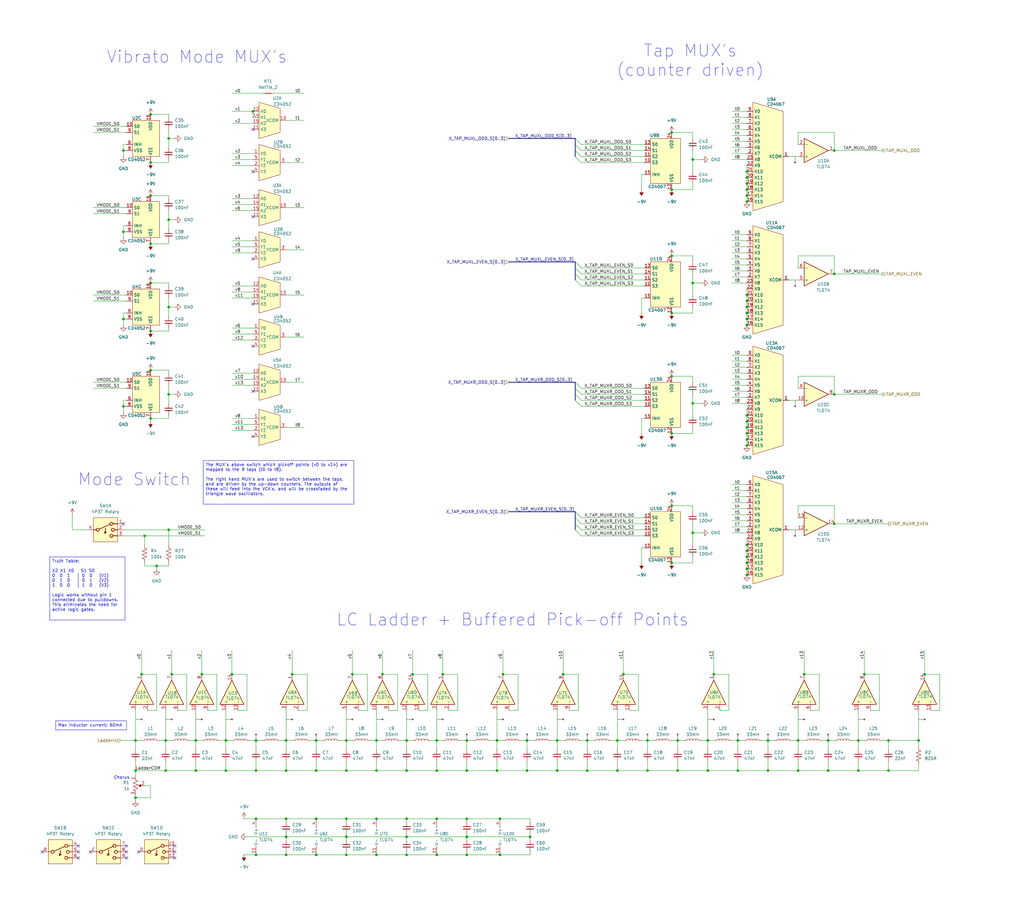
<source format=kicad_sch>
(kicad_sch (version 20250114) (generator "eeschema") (generator_version "9.0")
  (paper "User" 431.8 381)
  (title_block (title "Solid State Scanner Vibrato") (date "2024-10-27") (company "Osprey Instruments"))
  (text "Tap MUX's\n(counter driven)" (at 291.084 25.654 0) (effects (font (size 5.08 5.08))))
  (text "Mode Switch" (at 56.642 202.438 0) (effects (font (size 5.08 5.08))))
  (text "Vibrato Mode MUX's" (at 83.058 24.13 0) (effects (font (size 5.08 5.08))))
  (text "Chorus" (at 51.308 328.168 0) (effects (font (size 1.27 1.27))))
  (text "LC Ladder + Buffered Pick-off Points" (at 216.154 261.62 0) (effects (font (size 5.08 5.08))))
  (text_box "Truth Table:\n\nX2 X1 X0   S1 S0\n0  0  1   | 0  0   (V1)\n0  1  0   | 0  1   (V2)\n1  0  0   | 1  0   (V3)\n\nLogic works without pin 1 connected due to pulldowns. This eliminates the need for active logic gates." (at 20.955 234.95 0) (size 31.75 26.67) (margins 0.9525 0.9525 0.9525 0.9525) (effects (font (size 1.27 1.27)) (justify left top)))
  (text_box "The MUX's above switch which pickoff points (v0 to v14) are mapped to the 9 taps (t0 to t8).\n\nThe right hand MUX's are used to switch between the taps, and are driven by the up-down counters. The outputs of these will feed into the VCA's, and will be crossfaded by the triangle wave oscillators. " (at 85.725 194.31 0) (size 63.5 18.415) (margins 0.9525 0.9525 0.9525 0.9525) (effects (font (size 1.27 1.27)) (justify left top)))
  (text_box "Max inductor current: 60mA" (at 23.495 304.165 0) (size 29.845 3.81) (margins 0.9525 0.9525 0.9525 0.9525) (effects (font (size 1.27 1.27)) (justify left top)))
  (junction (at 349.25 325.12))
  (junction (at 314.96 134.62))
  (junction (at 97.79 284.48))
  (junction (at 63.5 176.53))
  (junction (at 283.21 132.08))
  (junction (at 314.96 234.95))
  (junction (at 314.96 85.09))
  (junction (at 146.05 360.68))
  (junction (at 285.75 325.12))
  (junction (at 314.96 80.01))
  (junction (at 374.65 312.42))
  (junction (at 171.45 353.06))
  (junction (at 52.07 97.79))
  (junction (at 171.45 360.68))
  (junction (at 361.95 325.12))
  (junction (at 57.15 312.42))
  (junction (at 314.96 82.55))
  (junction (at 69.85 325.12))
  (junction (at 107.95 325.12))
  (junction (at 71.12 129.54))
  (junction (at 323.85 312.42))
  (junction (at 283.21 237.49))
  (junction (at 283.21 55.88))
  (junction (at 314.96 187.96))
  (junction (at 133.35 325.12))
  (junction (at 63.5 82.55))
  (junction (at 283.21 158.75))
  (junction (at 273.05 325.12))
  (junction (at 161.29 284.48))
  (junction (at 351.79 115.57))
  (junction (at 52.07 171.45))
  (junction (at 292.1 67.31))
  (junction (at 300.99 284.48))
  (junction (at 196.85 325.12))
  (junction (at 85.09 284.48))
  (junction (at 314.96 180.34))
  (junction (at 146.05 345.44))
  (junction (at 146.05 312.42))
  (junction (at 63.5 102.87))
  (junction (at 71.12 223.52))
  (junction (at 351.79 220.98))
  (junction (at 314.96 182.88))
  (junction (at 298.45 312.42))
  (junction (at 63.5 68.58))
  (junction (at 314.96 242.57))
  (junction (at 82.55 325.12))
  (junction (at 314.96 132.08))
  (junction (at 260.35 325.12))
  (junction (at 63.5 119.38))
  (junction (at 283.21 213.36))
  (junction (at 273.05 312.42))
  (junction (at 314.96 129.54))
  (junction (at 106.68 46.99))
  (junction (at 82.55 312.42))
  (junction (at 60.96 226.06))
  (junction (at 323.85 325.12))
  (junction (at 123.19 284.48))
  (junction (at 57.15 325.12))
  (junction (at 314.96 77.47))
  (junction (at 196.85 345.44))
  (junction (at 374.65 325.12))
  (junction (at 120.65 325.12))
  (junction (at 339.09 284.48))
  (junction (at 314.96 237.49))
  (junction (at 66.04 238.76))
  (junction (at 158.75 325.12))
  (junction (at 173.99 284.48))
  (junction (at 387.35 312.42))
  (junction (at 314.96 240.03))
  (junction (at 196.85 360.68))
  (junction (at 133.35 345.44))
  (junction (at 184.15 325.12))
  (junction (at 389.89 284.48))
  (junction (at 314.96 137.16))
  (junction (at 107.95 360.68))
  (junction (at 283.21 107.95))
  (junction (at 57.15 336.55))
  (junction (at 314.96 177.8))
  (junction (at 314.96 72.39))
  (junction (at 237.49 284.48))
  (junction (at 260.35 312.42))
  (junction (at 292.1 224.79))
  (junction (at 209.55 325.12))
  (junction (at 234.95 325.12))
  (junction (at 223.52 353.06))
  (junction (at 234.95 312.42))
  (junction (at 314.96 185.42))
  (junction (at 349.25 312.42))
  (junction (at 171.45 325.12))
  (junction (at 146.05 353.06))
  (junction (at 120.65 353.06))
  (junction (at 210.82 360.68))
  (junction (at 196.85 312.42))
  (junction (at 63.5 139.7))
  (junction (at 222.25 312.42))
  (junction (at 311.15 325.12))
  (junction (at 292.1 119.38))
  (junction (at 311.15 312.42))
  (junction (at 351.79 166.37))
  (junction (at 63.5 156.21))
  (junction (at 285.75 312.42))
  (junction (at 63.5 48.26))
  (junction (at 186.69 284.48))
  (junction (at 292.1 170.18))
  (junction (at 133.35 312.42))
  (junction (at 120.65 312.42))
  (junction (at 107.95 345.44))
  (junction (at 247.65 312.42))
  (junction (at 158.75 360.68))
  (junction (at 120.65 360.68))
  (junction (at 262.89 284.48))
  (junction (at 351.79 63.5))
  (junction (at 184.15 360.68))
  (junction (at 72.39 284.48))
  (junction (at 314.96 232.41))
  (junction (at 364.49 284.48))
  (junction (at 69.85 312.42))
  (junction (at 283.21 80.01))
  (junction (at 222.25 325.12))
  (junction (at 148.59 284.48))
  (junction (at 71.12 58.42))
  (junction (at 361.95 312.42))
  (junction (at 212.09 284.48))
  (junction (at 146.05 325.12))
  (junction (at 209.55 312.42))
  (junction (at 196.85 353.06))
  (junction (at 52.07 134.62))
  (junction (at 71.12 166.37))
  (junction (at 184.15 345.44))
  (junction (at 314.96 229.87))
  (junction (at 107.95 312.42))
  (junction (at 336.55 312.42))
  (junction (at 336.55 325.12))
  (junction (at 247.65 325.12))
  (junction (at 210.82 345.44))
  (junction (at 314.96 124.46))
  (junction (at 298.45 325.12))
  (junction (at 171.45 345.44))
  (junction (at 158.75 312.42))
  (junction (at 158.75 345.44))
  (junction (at 52.07 63.5))
  (junction (at 95.25 325.12))
  (junction (at 314.96 74.93))
  (junction (at 133.35 360.68))
  (junction (at 95.25 312.42))
  (junction (at 171.45 312.42))
  (junction (at 120.65 345.44))
  (junction (at 184.15 312.42))
  (junction (at 283.21 182.88))
  (junction (at 71.12 92.71))
  (junction (at 314.96 175.26))
  (junction (at 59.69 284.48))
  (junction (at 314.96 127))
  (no_connect (at 106.68 54.61))
  (no_connect (at 73.66 356.87))
  (no_connect (at 106.68 146.05))
  (no_connect (at 38.1 359.41))
  (no_connect (at 33.02 356.87))
  (no_connect (at 17.78 359.41))
  (no_connect (at 106.68 72.39))
  (no_connect (at 52.07 220.98))
  (no_connect (at 106.68 165.1))
  (no_connect (at 106.68 91.44))
  (no_connect (at 53.34 359.41))
  (no_connect (at 33.02 359.41))
  (no_connect (at 73.66 359.41))
  (no_connect (at 53.34 356.87))
  (no_connect (at 106.68 184.15))
  (no_connect (at 73.66 361.95))
  (no_connect (at 58.42 359.41))
  (no_connect (at 53.34 361.95))
  (no_connect (at 106.68 128.27))
  (no_connect (at 106.68 109.22))
  (no_connect (at 33.02 361.95))
  (bus_entry (at 242.57 220.98) (size 2.54 2.54))
  (bus_entry (at 242.57 218.44) (size 2.54 2.54))
  (bus_entry (at 242.57 161.29) (size 2.54 2.54))
  (bus_entry (at 242.57 66.04) (size 2.54 2.54))
  (bus_entry (at 242.57 215.9) (size 2.54 2.54))
  (bus_entry (at 242.57 63.5) (size 2.54 2.54))
  (bus_entry (at 242.57 168.91) (size 2.54 2.54))
  (bus_entry (at 242.57 58.42) (size 2.54 2.54))
  (bus_entry (at 242.57 110.49) (size 2.54 2.54))
  (bus_entry (at 242.57 118.11) (size 2.54 2.54))
  (bus_entry (at 242.57 163.83) (size 2.54 2.54))
  (bus_entry (at 242.57 166.37) (size 2.54 2.54))
  (bus_entry (at 242.57 115.57) (size 2.54 2.54))
  (bus_entry (at 242.57 223.52) (size 2.54 2.54))
  (bus_entry (at 242.57 60.96) (size 2.54 2.54))
  (bus_entry (at 242.57 113.03) (size 2.54 2.54))
  (wire (pts (xy 247.65 312.42) (xy 247.65 316.23)))
  (wire (pts (xy 247.65 325.12) (xy 234.95 325.12)))
  (wire (pts (xy 71.12 129.54) (xy 71.12 133.35)))
  (wire (pts (xy 120.65 325.12) (xy 107.95 325.12)))
  (wire (pts (xy 283.21 132.08) (xy 292.1 132.08)))
  (wire (pts (xy 97.79 67.31) (xy 106.68 67.31)))
  (wire (pts (xy 210.82 360.68) (xy 223.52 360.68)))
  (wire (pts (xy 308.61 204.47) (xy 314.96 204.47)))
  (wire (pts (xy 270.51 237.49) (xy 270.51 231.14)))
  (wire (pts (xy 292.1 80.01) (xy 292.1 77.47)))
  (wire (pts (xy 308.61 212.09) (xy 314.96 212.09)))
  (wire (pts (xy 171.45 353.06) (xy 171.45 354.33)))
  (wire (pts (xy 270.51 73.66) (xy 271.78 73.66)))
  (wire (pts (xy 158.75 360.68) (xy 171.45 360.68)))
  (wire (pts (xy 95.25 325.12) (xy 82.55 325.12)))
  (bus (pts (xy 242.57 218.44) (xy 242.57 215.9)))
  (wire (pts (xy 158.75 345.44) (xy 171.45 345.44)))
  (wire (pts (xy 308.61 217.17) (xy 314.96 217.17)))
  (bus (pts (xy 214.63 58.42) (xy 242.57 58.42)))
  (wire (pts (xy 60.96 331.47) (xy 63.5 331.47)))
  (wire (pts (xy 69.85 325.12) (xy 57.15 325.12)))
  (wire (pts (xy 314.96 175.26) (xy 314.96 177.8)))
  (wire (pts (xy 71.12 67.31) (xy 71.12 68.58)))
  (wire (pts (xy 186.69 274.32) (xy 186.69 284.48)))
  (wire (pts (xy 171.45 299.72) (xy 171.45 312.42)))
  (wire (pts (xy 222.25 325.12) (xy 209.55 325.12)))
  (wire (pts (xy 314.96 127) (xy 314.96 129.54)))
  (wire (pts (xy 314.96 80.01) (xy 314.96 82.55)))
  (wire (pts (xy 95.25 321.31) (xy 95.25 325.12)))
  (wire (pts (xy 374.65 321.31) (xy 374.65 325.12)))
  (wire (pts (xy 80.01 312.42) (xy 82.55 312.42)))
  (wire (pts (xy 82.55 321.31) (xy 82.55 325.12)))
  (wire (pts (xy 314.96 227.33) (xy 314.96 229.87)))
  (wire (pts (xy 387.35 312.42) (xy 387.35 314.96)))
  (wire (pts (xy 95.25 299.72) (xy 95.25 312.42)))
  (wire (pts (xy 71.12 138.43) (xy 71.12 139.7)))
  (wire (pts (xy 273.05 325.12) (xy 260.35 325.12)))
  (wire (pts (xy 30.48 223.52) (xy 36.83 223.52)))
  (wire (pts (xy 120.65 312.42) (xy 123.19 312.42)))
  (wire (pts (xy 39.37 163.83) (xy 53.34 163.83)))
  (wire (pts (xy 314.96 74.93) (xy 314.96 77.47)))
  (wire (pts (xy 52.07 132.08) (xy 53.34 132.08)))
  (wire (pts (xy 218.44 299.72) (xy 218.44 284.48)))
  (wire (pts (xy 292.1 110.49) (xy 292.1 107.95)))
  (wire (pts (xy 158.75 312.42) (xy 158.75 316.23)))
  (wire (pts (xy 129.54 299.72) (xy 129.54 284.48)))
  (wire (pts (xy 262.89 274.32) (xy 262.89 284.48)))
  (wire (pts (xy 120.65 299.72) (xy 120.65 312.42)))
  (wire (pts (xy 176.53 299.72) (xy 180.34 299.72)))
  (wire (pts (xy 314.96 177.8) (xy 314.96 180.34)))
  (wire (pts (xy 97.79 125.73) (xy 106.68 125.73)))
  (wire (pts (xy 52.07 97.79) (xy 53.34 97.79)))
  (wire (pts (xy 308.61 59.69) (xy 314.96 59.69)))
  (wire (pts (xy 311.15 312.42) (xy 311.15 316.23)))
  (wire (pts (xy 171.45 321.31) (xy 171.45 325.12)))
  (wire (pts (xy 245.11 66.04) (xy 271.78 66.04)))
  (wire (pts (xy 57.15 299.72) (xy 57.15 312.42)))
  (wire (pts (xy 308.61 207.01) (xy 314.96 207.01)))
  (wire (pts (xy 314.96 132.08) (xy 314.96 134.62)))
  (wire (pts (xy 171.45 351.79) (xy 171.45 353.06)))
  (wire (pts (xy 133.35 345.44) (xy 146.05 345.44)))
  (wire (pts (xy 308.61 224.79) (xy 314.96 224.79)))
  (wire (pts (xy 245.11 218.44) (xy 271.78 218.44)))
  (bus (pts (xy 242.57 115.57) (xy 242.57 113.03)))
  (wire (pts (xy 308.61 109.22) (xy 314.96 109.22)))
  (wire (pts (xy 336.55 325.12) (xy 323.85 325.12)))
  (wire (pts (xy 69.85 299.72) (xy 69.85 312.42)))
  (wire (pts (xy 71.12 49.53) (xy 71.12 48.26)))
  (wire (pts (xy 396.24 284.48) (xy 389.89 284.48)))
  (wire (pts (xy 146.05 325.12) (xy 133.35 325.12)))
  (wire (pts (xy 133.35 321.31) (xy 133.35 325.12)))
  (wire (pts (xy 351.79 63.5) (xy 372.11 63.5)))
  (wire (pts (xy 292.1 119.38) (xy 295.91 119.38)))
  (wire (pts (xy 245.11 168.91) (xy 271.78 168.91)))
  (wire (pts (xy 107.95 345.44) (xy 120.65 345.44)))
  (wire (pts (xy 146.05 345.44) (xy 158.75 345.44)))
  (wire (pts (xy 270.51 182.88) (xy 270.51 176.53)))
  (wire (pts (xy 260.35 312.42) (xy 262.89 312.42)))
  (wire (pts (xy 245.11 120.65) (xy 271.78 120.65)))
  (wire (pts (xy 292.1 119.38) (xy 292.1 124.46)))
  (wire (pts (xy 245.11 166.37) (xy 271.78 166.37)))
  (wire (pts (xy 308.61 214.63) (xy 314.96 214.63)))
  (wire (pts (xy 351.79 166.37) (xy 372.11 166.37)))
  (wire (pts (xy 189.23 299.72) (xy 193.04 299.72)))
  (wire (pts (xy 184.15 312.42) (xy 184.15 316.23)))
  (wire (pts (xy 314.96 124.46) (xy 314.96 127)))
  (wire (pts (xy 223.52 353.06) (xy 223.52 354.33)))
  (wire (pts (xy 180.34 284.48) (xy 173.99 284.48)))
  (wire (pts (xy 167.64 299.72) (xy 167.64 284.48)))
  (wire (pts (xy 52.07 134.62) (xy 53.34 134.62)))
  (wire (pts (xy 351.79 107.95) (xy 351.79 115.57)))
  (wire (pts (xy 97.79 160.02) (xy 106.68 160.02)))
  (wire (pts (xy 171.45 345.44) (xy 171.45 346.71)))
  (wire (pts (xy 71.12 166.37) (xy 71.12 170.18)))
  (wire (pts (xy 245.11 113.03) (xy 271.78 113.03)))
  (wire (pts (xy 308.61 99.06) (xy 314.96 99.06)))
  (wire (pts (xy 71.12 162.56) (xy 71.12 166.37)))
  (wire (pts (xy 156.21 312.42) (xy 158.75 312.42)))
  (wire (pts (xy 308.61 167.64) (xy 314.96 167.64)))
  (wire (pts (xy 104.14 299.72) (xy 104.14 284.48)))
  (wire (pts (xy 308.61 149.86) (xy 314.96 149.86)))
  (wire (pts (xy 308.61 116.84) (xy 314.96 116.84)))
  (wire (pts (xy 292.1 224.79) (xy 292.1 229.87)))
  (wire (pts (xy 339.09 284.48) (xy 345.44 284.48)))
  (wire (pts (xy 72.39 274.32) (xy 72.39 284.48)))
  (wire (pts (xy 67.31 312.42) (xy 69.85 312.42)))
  (wire (pts (xy 283.21 107.95) (xy 292.1 107.95)))
  (bus (pts (xy 214.63 110.49) (xy 242.57 110.49)))
  (wire (pts (xy 308.61 222.25) (xy 314.96 222.25)))
  (wire (pts (xy 97.79 86.36) (xy 106.68 86.36)))
  (wire (pts (xy 283.21 158.75) (xy 292.1 158.75)))
  (wire (pts (xy 283.21 213.36) (xy 292.1 213.36)))
  (wire (pts (xy 63.5 82.55) (xy 71.12 82.55)))
  (wire (pts (xy 283.21 237.49) (xy 292.1 237.49)))
  (wire (pts (xy 63.5 68.58) (xy 71.12 68.58)))
  (wire (pts (xy 308.61 162.56) (xy 314.96 162.56)))
  (wire (pts (xy 351.79 115.57) (xy 372.11 115.57)))
  (wire (pts (xy 171.45 360.68) (xy 184.15 360.68)))
  (wire (pts (xy 78.74 299.72) (xy 78.74 284.48)))
  (wire (pts (xy 97.79 52.07) (xy 106.68 52.07)))
  (wire (pts (xy 222.25 312.42) (xy 222.25 316.23)))
  (wire (pts (xy 308.61 46.99) (xy 314.96 46.99)))
  (wire (pts (xy 323.85 312.42) (xy 323.85 316.23)))
  (wire (pts (xy 97.79 176.53) (xy 106.68 176.53)))
  (wire (pts (xy 71.12 129.54) (xy 73.66 129.54)))
  (bus (pts (xy 242.57 220.98) (xy 242.57 218.44)))
  (wire (pts (xy 97.79 88.9) (xy 106.68 88.9)))
  (wire (pts (xy 292.1 115.57) (xy 292.1 119.38)))
  (wire (pts (xy 240.03 299.72) (xy 243.84 299.72)))
  (wire (pts (xy 181.61 312.42) (xy 184.15 312.42)))
  (wire (pts (xy 234.95 325.12) (xy 222.25 325.12)))
  (wire (pts (xy 361.95 312.42) (xy 361.95 316.23)))
  (wire (pts (xy 146.05 299.72) (xy 146.05 312.42)))
  (wire (pts (xy 370.84 284.48) (xy 364.49 284.48)))
  (wire (pts (xy 292.1 166.37) (xy 292.1 170.18)))
  (wire (pts (xy 209.55 312.42) (xy 209.55 316.23)))
  (wire (pts (xy 321.31 312.42) (xy 323.85 312.42)))
  (wire (pts (xy 269.24 284.48) (xy 262.89 284.48)))
  (wire (pts (xy 308.61 52.07) (xy 314.96 52.07)))
  (wire (pts (xy 163.83 299.72) (xy 167.64 299.72)))
  (wire (pts (xy 91.44 284.48) (xy 85.09 284.48)))
  (wire (pts (xy 97.79 143.51) (xy 106.68 143.51)))
  (wire (pts (xy 336.55 113.03) (xy 336.55 107.95)))
  (wire (pts (xy 39.37 90.17) (xy 53.34 90.17)))
  (wire (pts (xy 63.5 156.21) (xy 71.12 156.21)))
  (wire (pts (xy 57.15 336.55) (xy 57.15 337.82)))
  (wire (pts (xy 39.37 55.88) (xy 53.34 55.88)))
  (wire (pts (xy 97.79 274.32) (xy 97.79 284.48)))
  (wire (pts (xy 374.65 325.12) (xy 361.95 325.12)))
  (wire (pts (xy 146.05 321.31) (xy 146.05 325.12)))
  (wire (pts (xy 171.45 325.12) (xy 158.75 325.12)))
  (wire (pts (xy 361.95 321.31) (xy 361.95 325.12)))
  (wire (pts (xy 336.55 321.31) (xy 336.55 325.12)))
  (wire (pts (xy 307.34 284.48) (xy 300.99 284.48)))
  (wire (pts (xy 370.84 299.72) (xy 370.84 284.48)))
  (wire (pts (xy 71.12 83.82) (xy 71.12 82.55)))
  (wire (pts (xy 260.35 321.31) (xy 260.35 325.12)))
  (wire (pts (xy 292.1 170.18) (xy 292.1 175.26)))
  (bus (pts (xy 242.57 66.04) (xy 242.57 63.5)))
  (wire (pts (xy 396.24 299.72) (xy 396.24 284.48)))
  (wire (pts (xy 123.19 274.32) (xy 123.19 284.48)))
  (wire (pts (xy 97.79 120.65) (xy 106.68 120.65)))
  (wire (pts (xy 308.61 312.42) (xy 311.15 312.42)))
  (wire (pts (xy 107.95 325.12) (xy 95.25 325.12)))
  (wire (pts (xy 387.35 325.12) (xy 374.65 325.12)))
  (wire (pts (xy 120.65 359.41) (xy 120.65 360.68)))
  (wire (pts (xy 146.05 353.06) (xy 146.05 354.33)))
  (wire (pts (xy 245.11 163.83) (xy 271.78 163.83)))
  (wire (pts (xy 71.12 175.26) (xy 71.12 176.53)))
  (wire (pts (xy 314.96 72.39) (xy 314.96 74.93)))
  (wire (pts (xy 295.91 312.42) (xy 298.45 312.42)))
  (wire (pts (xy 367.03 299.72) (xy 370.84 299.72)))
  (wire (pts (xy 120.65 351.79) (xy 120.65 353.06)))
  (wire (pts (xy 196.85 345.44) (xy 210.82 345.44)))
  (wire (pts (xy 115.57 39.37) (xy 128.27 39.37)))
  (wire (pts (xy 97.79 106.68) (xy 106.68 106.68)))
  (wire (pts (xy 247.65 321.31) (xy 247.65 325.12)))
  (wire (pts (xy 52.07 66.04) (xy 52.07 63.5)))
  (wire (pts (xy 387.35 299.72) (xy 387.35 312.42)))
  (wire (pts (xy 104.14 353.06) (xy 120.65 353.06)))
  (wire (pts (xy 245.11 171.45) (xy 271.78 171.45)))
  (wire (pts (xy 82.55 325.12) (xy 69.85 325.12)))
  (wire (pts (xy 107.95 312.42) (xy 110.49 312.42)))
  (wire (pts (xy 308.61 219.71) (xy 314.96 219.71)))
  (wire (pts (xy 69.85 312.42) (xy 72.39 312.42)))
  (wire (pts (xy 374.65 312.42) (xy 374.65 316.23)))
  (wire (pts (xy 273.05 312.42) (xy 273.05 316.23)))
  (wire (pts (xy 245.11 60.96) (xy 271.78 60.96)))
  (wire (pts (xy 308.61 152.4) (xy 314.96 152.4)))
  (wire (pts (xy 102.87 360.68) (xy 107.95 360.68)))
  (wire (pts (xy 270.51 125.73) (xy 271.78 125.73)))
  (wire (pts (xy 123.19 284.48) (xy 129.54 284.48)))
  (wire (pts (xy 171.45 359.41) (xy 171.45 360.68)))
  (wire (pts (xy 171.45 353.06) (xy 196.85 353.06)))
  (wire (pts (xy 184.15 360.68) (xy 196.85 360.68)))
  (wire (pts (xy 336.55 312.42) (xy 339.09 312.42)))
  (wire (pts (xy 300.99 274.32) (xy 300.99 284.48)))
  (wire (pts (xy 387.35 322.58) (xy 387.35 325.12)))
  (wire (pts (xy 234.95 321.31) (xy 234.95 325.12)))
  (wire (pts (xy 97.79 83.82) (xy 106.68 83.82)))
  (wire (pts (xy 97.79 101.6) (xy 106.68 101.6)))
  (wire (pts (xy 292.1 161.29) (xy 292.1 158.75)))
  (wire (pts (xy 364.49 274.32) (xy 364.49 284.48)))
  (wire (pts (xy 97.79 69.85) (xy 106.68 69.85)))
  (wire (pts (xy 52.07 226.06) (xy 60.96 226.06)))
  (wire (pts (xy 196.85 312.42) (xy 196.85 316.23)))
  (wire (pts (xy 71.12 58.42) (xy 73.66 58.42)))
  (wire (pts (xy 314.96 121.92) (xy 314.96 124.46)))
  (wire (pts (xy 97.79 181.61) (xy 106.68 181.61)))
  (wire (pts (xy 57.15 335.28) (xy 57.15 336.55)))
  (wire (pts (xy 120.65 312.42) (xy 120.65 316.23)))
  (wire (pts (xy 292.1 67.31) (xy 292.1 72.39)))
  (wire (pts (xy 245.11 226.06) (xy 271.78 226.06)))
  (wire (pts (xy 107.95 312.42) (xy 107.95 316.23)))
  (wire (pts (xy 120.65 68.58) (xy 128.27 68.58)))
  (wire (pts (xy 260.35 299.72) (xy 260.35 312.42)))
  (wire (pts (xy 292.1 170.18) (xy 295.91 170.18)))
  (wire (pts (xy 71.12 120.65) (xy 71.12 119.38)))
  (wire (pts (xy 283.21 182.88) (xy 292.1 182.88)))
  (wire (pts (xy 270.51 132.08) (xy 270.51 125.73)))
  (wire (pts (xy 50.8 312.42) (xy 57.15 312.42)))
  (wire (pts (xy 314.96 69.85) (xy 314.96 72.39)))
  (wire (pts (xy 62.23 299.72) (xy 66.04 299.72)))
  (wire (pts (xy 184.15 321.31) (xy 184.15 325.12)))
  (wire (pts (xy 298.45 312.42) (xy 300.99 312.42)))
  (wire (pts (xy 311.15 312.42) (xy 313.69 312.42)))
  (wire (pts (xy 71.12 223.52) (xy 71.12 229.87)))
  (wire (pts (xy 184.15 299.72) (xy 184.15 312.42)))
  (wire (pts (xy 71.12 237.49) (xy 71.12 238.76)))
  (wire (pts (xy 314.96 77.47) (xy 314.96 80.01)))
  (wire (pts (xy 308.61 104.14) (xy 314.96 104.14)))
  (wire (pts (xy 237.49 274.32) (xy 237.49 284.48)))
  (wire (pts (xy 292.1 132.08) (xy 292.1 129.54)))
  (wire (pts (xy 349.25 312.42) (xy 349.25 316.23)))
  (wire (pts (xy 285.75 312.42) (xy 285.75 316.23)))
  (wire (pts (xy 308.61 54.61) (xy 314.96 54.61)))
  (wire (pts (xy 120.65 321.31) (xy 120.65 325.12)))
  (wire (pts (xy 332.74 223.52) (xy 336.55 223.52)))
  (wire (pts (xy 66.04 284.48) (xy 59.69 284.48)))
  (wire (pts (xy 212.09 274.32) (xy 212.09 284.48)))
  (wire (pts (xy 336.55 299.72) (xy 336.55 312.42)))
  (wire (pts (xy 307.34 299.72) (xy 307.34 284.48)))
  (wire (pts (xy 120.65 353.06) (xy 146.05 353.06)))
  (wire (pts (xy 171.45 345.44) (xy 184.15 345.44)))
  (wire (pts (xy 57.15 312.42) (xy 57.15 316.23)))
  (wire (pts (xy 292.1 63.5) (xy 292.1 67.31)))
  (wire (pts (xy 97.79 64.77) (xy 106.68 64.77)))
  (wire (pts (xy 234.95 312.42) (xy 237.49 312.42)))
  (wire (pts (xy 71.12 101.6) (xy 71.12 102.87)))
  (wire (pts (xy 97.79 157.48) (xy 106.68 157.48)))
  (wire (pts (xy 336.55 213.36) (xy 351.79 213.36)))
  (wire (pts (xy 78.74 284.48) (xy 72.39 284.48)))
  (wire (pts (xy 314.96 129.54) (xy 314.96 132.08)))
  (wire (pts (xy 97.79 138.43) (xy 106.68 138.43)))
  (wire (pts (xy 39.37 127) (xy 53.34 127)))
  (wire (pts (xy 247.65 312.42) (xy 250.19 312.42)))
  (wire (pts (xy 71.12 54.61) (xy 71.12 58.42)))
  (wire (pts (xy 351.79 213.36) (xy 351.79 220.98)))
  (bus (pts (xy 242.57 163.83) (xy 242.57 161.29)))
  (wire (pts (xy 336.55 218.44) (xy 336.55 213.36)))
  (wire (pts (xy 52.07 173.99) (xy 52.07 171.45)))
  (wire (pts (xy 120.65 105.41) (xy 128.27 105.41)))
  (wire (pts (xy 323.85 321.31) (xy 323.85 325.12)))
  (wire (pts (xy 308.61 49.53) (xy 314.96 49.53)))
  (wire (pts (xy 207.01 312.42) (xy 209.55 312.42)))
  (wire (pts (xy 120.65 345.44) (xy 120.65 346.71)))
  (wire (pts (xy 133.35 312.42) (xy 133.35 316.23)))
  (wire (pts (xy 106.68 46.99) (xy 106.68 49.53)))
  (bus (pts (xy 242.57 60.96) (xy 242.57 58.42)))
  (wire (pts (xy 71.12 166.37) (xy 73.66 166.37)))
  (wire (pts (xy 270.51 80.01) (xy 270.51 73.66)))
  (wire (pts (xy 314.96 172.72) (xy 314.96 175.26)))
  (wire (pts (xy 270.51 231.14) (xy 271.78 231.14)))
  (wire (pts (xy 336.55 107.95) (xy 351.79 107.95)))
  (wire (pts (xy 209.55 312.42) (xy 212.09 312.42)))
  (wire (pts (xy 120.65 124.46) (xy 128.27 124.46)))
  (wire (pts (xy 71.12 92.71) (xy 73.66 92.71)))
  (wire (pts (xy 314.96 229.87) (xy 314.96 232.41)))
  (wire (pts (xy 52.07 95.25) (xy 52.07 97.79)))
  (wire (pts (xy 171.45 312.42) (xy 173.99 312.42)))
  (wire (pts (xy 71.12 157.48) (xy 71.12 156.21)))
  (wire (pts (xy 196.85 351.79) (xy 196.85 353.06)))
  (wire (pts (xy 332.74 168.91) (xy 336.55 168.91)))
  (wire (pts (xy 59.69 274.32) (xy 59.69 284.48)))
  (wire (pts (xy 269.24 299.72) (xy 269.24 284.48)))
  (wire (pts (xy 214.63 299.72) (xy 218.44 299.72)))
  (wire (pts (xy 52.07 137.16) (xy 52.07 134.62)))
  (wire (pts (xy 196.85 321.31) (xy 196.85 325.12)))
  (wire (pts (xy 323.85 312.42) (xy 326.39 312.42)))
  (wire (pts (xy 120.65 180.34) (xy 128.27 180.34)))
  (wire (pts (xy 95.25 312.42) (xy 97.79 312.42)))
  (wire (pts (xy 308.61 154.94) (xy 314.96 154.94)))
  (wire (pts (xy 146.05 351.79) (xy 146.05 353.06)))
  (wire (pts (xy 308.61 170.18) (xy 314.96 170.18)))
  (wire (pts (xy 292.1 237.49) (xy 292.1 234.95)))
  (wire (pts (xy 351.79 158.75) (xy 351.79 166.37)))
  (wire (pts (xy 245.11 63.5) (xy 271.78 63.5)))
  (wire (pts (xy 100.33 299.72) (xy 104.14 299.72)))
  (wire (pts (xy 361.95 312.42) (xy 364.49 312.42)))
  (wire (pts (xy 209.55 321.31) (xy 209.55 325.12)))
  (wire (pts (xy 167.64 284.48) (xy 161.29 284.48)))
  (wire (pts (xy 104.14 284.48) (xy 97.79 284.48)))
  (wire (pts (xy 82.55 299.72) (xy 82.55 312.42)))
  (wire (pts (xy 71.12 223.52) (xy 86.36 223.52)))
  (wire (pts (xy 245.11 118.11) (xy 271.78 118.11)))
  (bus (pts (xy 242.57 118.11) (xy 242.57 115.57)))
  (wire (pts (xy 260.35 325.12) (xy 247.65 325.12)))
  (wire (pts (xy 158.75 321.31) (xy 158.75 325.12)))
  (bus (pts (xy 242.57 223.52) (xy 242.57 220.98)))
  (wire (pts (xy 97.79 46.99) (xy 106.68 46.99)))
  (wire (pts (xy 52.07 100.33) (xy 52.07 97.79)))
  (wire (pts (xy 308.61 209.55) (xy 314.96 209.55)))
  (wire (pts (xy 351.79 220.98) (xy 374.65 220.98)))
  (wire (pts (xy 105.41 312.42) (xy 107.95 312.42)))
  (wire (pts (xy 120.65 345.44) (xy 133.35 345.44)))
  (wire (pts (xy 194.31 312.42) (xy 196.85 312.42)))
  (wire (pts (xy 308.61 160.02) (xy 314.96 160.02)))
  (wire (pts (xy 349.25 321.31) (xy 349.25 325.12)))
  (wire (pts (xy 184.15 325.12) (xy 171.45 325.12)))
  (wire (pts (xy 345.44 299.72) (xy 345.44 284.48)))
  (wire (pts (xy 63.5 139.7) (xy 71.12 139.7)))
  (wire (pts (xy 63.5 177.8) (xy 63.5 176.53)))
  (wire (pts (xy 193.04 284.48) (xy 186.69 284.48)))
  (wire (pts (xy 158.75 299.72) (xy 158.75 312.42)))
  (wire (pts (xy 303.53 299.72) (xy 307.34 299.72)))
  (wire (pts (xy 196.85 359.41) (xy 196.85 360.68)))
  (bus (pts (xy 242.57 113.03) (xy 242.57 110.49)))
  (wire (pts (xy 158.75 312.42) (xy 161.29 312.42)))
  (wire (pts (xy 341.63 299.72) (xy 345.44 299.72)))
  (wire (pts (xy 245.11 68.58) (xy 271.78 68.58)))
  (wire (pts (xy 389.89 274.32) (xy 389.89 284.48)))
  (wire (pts (xy 308.61 157.48) (xy 314.96 157.48)))
  (wire (pts (xy 97.79 162.56) (xy 106.68 162.56)))
  (wire (pts (xy 133.35 360.68) (xy 146.05 360.68)))
  (wire (pts (xy 82.55 312.42) (xy 85.09 312.42)))
  (wire (pts (xy 209.55 325.12) (xy 196.85 325.12)))
  (wire (pts (xy 308.61 111.76) (xy 314.96 111.76)))
  (wire (pts (xy 332.74 66.04) (xy 336.55 66.04)))
  (wire (pts (xy 273.05 321.31) (xy 273.05 325.12)))
  (wire (pts (xy 97.79 104.14) (xy 106.68 104.14)))
  (wire (pts (xy 52.07 132.08) (xy 52.07 134.62)))
  (wire (pts (xy 125.73 299.72) (xy 129.54 299.72)))
  (wire (pts (xy 97.79 179.07) (xy 106.68 179.07)))
  (wire (pts (xy 154.94 284.48) (xy 148.59 284.48)))
  (wire (pts (xy 161.29 274.32) (xy 161.29 284.48)))
  (wire (pts (xy 372.11 312.42) (xy 374.65 312.42)))
  (wire (pts (xy 196.85 325.12) (xy 184.15 325.12)))
  (wire (pts (xy 193.04 299.72) (xy 193.04 284.48)))
  (wire (pts (xy 349.25 312.42) (xy 351.79 312.42)))
  (wire (pts (xy 146.05 312.42) (xy 146.05 316.23)))
  (wire (pts (xy 314.96 180.34) (xy 314.96 182.88)))
  (wire (pts (xy 171.45 312.42) (xy 171.45 316.23)))
  (wire (pts (xy 234.95 299.72) (xy 234.95 312.42)))
  (wire (pts (xy 146.05 359.41) (xy 146.05 360.68)))
  (wire (pts (xy 196.85 345.44) (xy 184.15 345.44)))
  (wire (pts (xy 314.96 182.88) (xy 314.96 185.42)))
  (wire (pts (xy 97.79 140.97) (xy 106.68 140.97)))
  (wire (pts (xy 314.96 237.49) (xy 314.96 240.03)))
  (wire (pts (xy 158.75 325.12) (xy 146.05 325.12)))
  (wire (pts (xy 336.55 55.88) (xy 351.79 55.88)))
  (wire (pts (xy 311.15 321.31) (xy 311.15 325.12)))
  (wire (pts (xy 82.55 312.42) (xy 82.55 316.23)))
  (wire (pts (xy 292.1 182.88) (xy 292.1 180.34)))
  (wire (pts (xy 60.96 226.06) (xy 60.96 229.87)))
  (wire (pts (xy 392.43 299.72) (xy 396.24 299.72)))
  (wire (pts (xy 118.11 312.42) (xy 120.65 312.42)))
  (wire (pts (xy 223.52 346.71) (xy 223.52 345.44)))
  (wire (pts (xy 332.74 118.11) (xy 336.55 118.11)))
  (wire (pts (xy 232.41 312.42) (xy 234.95 312.42)))
  (wire (pts (xy 314.96 82.55) (xy 314.96 85.09)))
  (wire (pts (xy 196.85 360.68) (xy 210.82 360.68)))
  (wire (pts (xy 336.55 158.75) (xy 351.79 158.75)))
  (wire (pts (xy 95.25 312.42) (xy 95.25 316.23)))
  (wire (pts (xy 92.71 312.42) (xy 95.25 312.42)))
  (wire (pts (xy 265.43 299.72) (xy 269.24 299.72)))
  (wire (pts (xy 298.45 321.31) (xy 298.45 325.12)))
  (wire (pts (xy 283.21 80.01) (xy 292.1 80.01)))
  (wire (pts (xy 71.12 92.71) (xy 71.12 96.52)))
  (wire (pts (xy 71.12 238.76) (xy 66.04 238.76)))
  (wire (pts (xy 120.65 87.63) (xy 128.27 87.63)))
  (wire (pts (xy 91.44 299.72) (xy 91.44 284.48)))
  (wire (pts (xy 292.1 215.9) (xy 292.1 213.36)))
  (wire (pts (xy 210.82 345.44) (xy 223.52 345.44)))
  (wire (pts (xy 257.81 312.42) (xy 260.35 312.42)))
  (wire (pts (xy 151.13 299.72) (xy 154.94 299.72)))
  (wire (pts (xy 260.35 312.42) (xy 260.35 316.23)))
  (wire (pts (xy 339.09 274.32) (xy 339.09 284.48)))
  (wire (pts (xy 308.61 114.3) (xy 314.96 114.3)))
  (wire (pts (xy 120.65 360.68) (xy 133.35 360.68)))
  (wire (pts (xy 133.35 325.12) (xy 120.65 325.12)))
  (wire (pts (xy 66.04 238.76) (xy 60.96 238.76)))
  (wire (pts (xy 196.85 353.06) (xy 223.52 353.06)))
  (wire (pts (xy 359.41 312.42) (xy 361.95 312.42)))
  (wire (pts (xy 218.44 284.48) (xy 212.09 284.48)))
  (wire (pts (xy 270.51 176.53) (xy 271.78 176.53)))
  (wire (pts (xy 52.07 60.96) (xy 52.07 63.5)))
  (wire (pts (xy 273.05 312.42) (xy 275.59 312.42)))
  (wire (pts (xy 243.84 284.48) (xy 237.49 284.48)))
  (wire (pts (xy 60.96 226.06) (xy 86.36 226.06)))
  (wire (pts (xy 69.85 312.42) (xy 69.85 316.23)))
  (wire (pts (xy 52.07 223.52) (xy 71.12 223.52)))
  (wire (pts (xy 314.96 232.41) (xy 314.96 234.95)))
  (wire (pts (xy 63.5 48.26) (xy 71.12 48.26)))
  (wire (pts (xy 374.65 312.42) (xy 387.35 312.42)))
  (wire (pts (xy 74.93 299.72) (xy 78.74 299.72)))
  (wire (pts (xy 69.85 321.31) (xy 69.85 325.12)))
  (wire (pts (xy 120.65 142.24) (xy 128.27 142.24)))
  (wire (pts (xy 308.61 165.1) (xy 314.96 165.1)))
  (wire (pts (xy 308.61 106.68) (xy 314.96 106.68)))
  (wire (pts (xy 336.55 312.42) (xy 336.55 316.23)))
  (wire (pts (xy 102.87 345.44) (xy 107.95 345.44)))
  (wire (pts (xy 120.65 161.29) (xy 128.27 161.29)))
  (wire (pts (xy 314.96 134.62) (xy 314.96 137.16)))
  (wire (pts (xy 222.25 321.31) (xy 222.25 325.12)))
  (wire (pts (xy 97.79 123.19) (xy 106.68 123.19)))
  (wire (pts (xy 323.85 325.12) (xy 311.15 325.12)))
  (wire (pts (xy 52.07 168.91) (xy 52.07 171.45)))
  (wire (pts (xy 57.15 325.12) (xy 57.15 327.66)))
  (wire (pts (xy 97.79 39.37) (xy 110.49 39.37)))
  (wire (pts (xy 146.05 345.44) (xy 146.05 346.71)))
  (wire (pts (xy 298.45 325.12) (xy 285.75 325.12)))
  (wire (pts (xy 60.96 238.76) (xy 60.96 237.49)))
  (wire (pts (xy 107.95 360.68) (xy 120.65 360.68)))
  (wire (pts (xy 39.37 53.34) (xy 53.34 53.34)))
  (wire (pts (xy 308.61 67.31) (xy 314.96 67.31)))
  (wire (pts (xy 59.69 312.42) (xy 57.15 312.42)))
  (wire (pts (xy 196.85 346.71) (xy 196.85 345.44)))
  (wire (pts (xy 292.1 58.42) (xy 292.1 55.88)))
  (wire (pts (xy 298.45 299.72) (xy 298.45 312.42)))
  (wire (pts (xy 39.37 87.63) (xy 53.34 87.63)))
  (wire (pts (xy 85.09 274.32) (xy 85.09 284.48)))
  (wire (pts (xy 184.15 312.42) (xy 186.69 312.42)))
  (wire (pts (xy 245.11 115.57) (xy 271.78 115.57)))
  (wire (pts (xy 209.55 299.72) (xy 209.55 312.42)))
  (wire (pts (xy 336.55 60.96) (xy 336.55 55.88)))
  (wire (pts (xy 283.21 55.88) (xy 292.1 55.88)))
  (wire (pts (xy 196.85 312.42) (xy 199.39 312.42)))
  (wire (pts (xy 30.48 217.17) (xy 30.48 223.52)))
  (wire (pts (xy 336.55 163.83) (xy 336.55 158.75)))
  (wire (pts (xy 292.1 224.79) (xy 295.91 224.79)))
  (wire (pts (xy 66.04 238.76) (xy 66.04 240.03)))
  (wire (pts (xy 285.75 312.42) (xy 288.29 312.42)))
  (wire (pts (xy 120.65 50.8) (xy 128.27 50.8)))
  (bus (pts (xy 214.63 161.29) (xy 242.57 161.29)))
  (wire (pts (xy 196.85 353.06) (xy 196.85 354.33)))
  (wire (pts (xy 223.52 359.41) (xy 223.52 360.68)))
  (wire (pts (xy 346.71 312.42) (xy 349.25 312.42)))
  (bus (pts (xy 214.63 215.9) (xy 242.57 215.9)))
  (wire (pts (xy 71.12 58.42) (xy 71.12 62.23)))
  (wire (pts (xy 63.5 331.47) (xy 63.5 336.55)))
  (bus (pts (xy 242.57 168.91) (xy 242.57 166.37)))
  (wire (pts (xy 292.1 67.31) (xy 295.91 67.31)))
  (wire (pts (xy 314.96 240.03) (xy 314.96 242.57)))
  (wire (pts (xy 71.12 88.9) (xy 71.12 92.71)))
  (wire (pts (xy 148.59 274.32) (xy 148.59 284.48)))
  (wire (pts (xy 146.05 353.06) (xy 171.45 353.06)))
  (wire (pts (xy 314.96 185.42) (xy 314.96 187.96)))
  (wire (pts (xy 71.12 125.73) (xy 71.12 129.54)))
  (wire (pts (xy 52.07 168.91) (xy 53.34 168.91)))
  (wire (pts (xy 245.11 223.52) (xy 271.78 223.52)))
  (bus (pts (xy 242.57 166.37) (xy 242.57 163.83)))
  (wire (pts (xy 63.5 102.87) (xy 71.12 102.87)))
  (wire (pts (xy 120.65 353.06) (xy 120.65 354.33)))
  (wire (pts (xy 146.05 312.42) (xy 148.59 312.42)))
  (wire (pts (xy 222.25 312.42) (xy 224.79 312.42)))
  (wire (pts (xy 349.25 325.12) (xy 336.55 325.12)))
  (wire (pts (xy 285.75 321.31) (xy 285.75 325.12)))
  (wire (pts (xy 57.15 325.12) (xy 57.15 321.31)))
  (wire (pts (xy 52.07 95.25) (xy 53.34 95.25)))
  (wire (pts (xy 308.61 64.77) (xy 314.96 64.77)))
  (wire (pts (xy 308.61 62.23) (xy 314.96 62.23)))
  (wire (pts (xy 219.71 312.42) (xy 222.25 312.42)))
  (wire (pts (xy 52.07 63.5) (xy 53.34 63.5)))
  (wire (pts (xy 308.61 57.15) (xy 314.96 57.15)))
  (wire (pts (xy 168.91 312.42) (xy 171.45 312.42)))
  (wire (pts (xy 133.35 312.42) (xy 135.89 312.42)))
  (wire (pts (xy 52.07 171.45) (xy 53.34 171.45)))
  (wire (pts (xy 245.11 220.98) (xy 271.78 220.98)))
  (wire (pts (xy 130.81 312.42) (xy 133.35 312.42)))
  (wire (pts (xy 283.21 312.42) (xy 285.75 312.42)))
  (bus (pts (xy 242.57 63.5) (xy 242.57 60.96)))
  (wire (pts (xy 63.5 176.53) (xy 71.12 176.53)))
  (wire (pts (xy 223.52 351.79) (xy 223.52 353.06)))
  (wire (pts (xy 285.75 325.12) (xy 273.05 325.12)))
  (wire (pts (xy 63.5 336.55) (xy 57.15 336.55)))
  (wire (pts (xy 308.61 101.6) (xy 314.96 101.6)))
  (wire (pts (xy 245.11 312.42) (xy 247.65 312.42)))
  (wire (pts (xy 107.95 321.31) (xy 107.95 325.12)))
  (wire (pts (xy 143.51 312.42) (xy 146.05 312.42)))
  (wire (pts (xy 146.05 360.68) (xy 158.75 360.68)))
  (wire (pts (xy 173.99 274.32) (xy 173.99 284.48)))
  (wire (pts (xy 361.95 299.72) (xy 361.95 312.42)))
  (wire (pts (xy 361.95 325.12) (xy 349.25 325.12)))
  (wire (pts (xy 154.94 299.72) (xy 154.94 284.48)))
  (wire (pts (xy 234.95 312.42) (xy 234.95 316.23)))
  (wire (pts (xy 270.51 312.42) (xy 273.05 312.42)))
  (wire (pts (xy 87.63 299.72) (xy 91.44 299.72)))
  (wire (pts (xy 66.04 299.72) (xy 66.04 284.48)))
  (wire (pts (xy 314.96 234.95) (xy 314.96 237.49)))
  (wire (pts (xy 351.79 55.88) (xy 351.79 63.5)))
  (wire (pts (xy 52.07 60.96) (xy 53.34 60.96)))
  (wire (pts (xy 334.01 312.42) (xy 336.55 312.42)))
  (wire (pts (xy 180.34 299.72) (xy 180.34 284.48)))
  (wire (pts (xy 292.1 220.98) (xy 292.1 224.79)))
  (wire (pts (xy 243.84 299.72) (xy 243.84 284.48)))
  (wire (pts (xy 308.61 119.38) (xy 314.96 119.38)))
  (wire (pts (xy 298.45 312.42) (xy 298.45 316.23)))
  (wire (pts (xy 63.5 119.38) (xy 71.12 119.38)))
  (wire (pts (xy 39.37 161.29) (xy 53.34 161.29)))
  (wire (pts (xy 39.37 124.46) (xy 53.34 124.46)))
  (wire (pts (xy 311.15 325.12) (xy 298.45 325.12)))
  (label "t0" (at 309.88 46.99 0))
  (label "v4" (at 123.19 278.13 90))
  (label "v13" (at 99.06 162.56 0))
  (label "t4" (at 309.88 109.22 0))
  (label "X_TAP_MUXR_ODD_S1" (at 246.38 166.37 0))
  (label "t7" (at 124.46 161.29 0))
  (label "X_TAP_MUXL_EVEN_S2" (at 246.38 118.11 0))
  (label "VMODE_S1" (at 74.93 226.06 0))
  (label "t8" (at 309.88 170.18 0))
  (label "t2" (at 309.88 154.94 0))
  (label "v6" (at 99.06 88.9 0))
  (label "v0" (at 99.06 39.37 0))
  (label "VMODE_S0" (at 74.93 223.52 0))
  (label "v11" (at 99.06 125.73 0))
  (label "v9" (at 212.09 278.13 90))
  (label "t4" (at 124.46 105.41 0))
  (label "X_TAP_MUXR_EVEN_S3" (at 246.38 226.06 0))
  (label "t2" (at 309.88 209.55 0))
  (label "v4" (at 99.06 101.6 0))
  (label "v5" (at 148.59 278.13 90))
  (label "t6" (at 309.88 62.23 0))
  (label "LadderCOM" (at 57.15 325.12 0))
  (label "TAP_MUXR_EVEN" (at 356.87 220.98 0))
  (label "v9" (at 99.06 140.97 0))
  (label "v2" (at 99.06 64.77 0))
  (label "t1" (at 309.88 101.6 0))
  (label "X_TAP_MUXR_EVEN_S1" (at 246.38 220.98 0))
  (label "t1" (at 309.88 49.53 0))
  (label "t7" (at 309.88 64.77 0))
  (label "v2" (at 99.06 52.07 0))
  (label "t3" (at 309.88 157.48 0))
  (label "v3" (at 99.06 67.31 0))
  (label "t5" (at 124.46 124.46 0))
  (label "v3" (at 97.79 278.13 90))
  (label "t3" (at 309.88 106.68 0))
  (label "X_TAP_MUXR_ODD_S2" (at 246.38 168.91 0))
  (label "v8" (at 186.69 278.13 90))
  (label "v10" (at 237.49 278.13 90))
  (label "VMODE_S1" (at 40.64 163.83 0))
  (label "t4" (at 309.88 57.15 0))
  (label "v8" (at 99.06 176.53 0))
  (label "t8" (at 309.88 119.38 0))
  (label "v11" (at 262.89 278.13 90))
  (label "t5" (at 309.88 111.76 0))
  (label "t4" (at 309.88 160.02 0))
  (label "TAP_MUXL_ODD" (at 355.6 63.5 0))
  (label "v1" (at 99.06 46.99 0))
  (label "v7" (at 99.06 157.48 0))
  (label "t5" (at 309.88 162.56 0))
  (label "v6" (at 99.06 138.43 0))
  (label "v4" (at 99.06 69.85 0))
  (label "X_TAP_MUXL_ODD_S1" (at 246.38 63.5 0))
  (label "v5" (at 99.06 120.65 0))
  (label "v3" (at 99.06 83.82 0))
  (label "t8" (at 309.88 67.31 0))
  (label "t1" (at 309.88 207.01 0))
  (label "t6" (at 309.88 219.71 0))
  (label "v10" (at 99.06 160.02 0))
  (label "X_TAP_MUXL_EVEN_S1" (at 246.38 115.57 0))
  (label "t3" (at 309.88 212.09 0))
  (label "v9" (at 99.06 106.68 0))
  (label "v8" (at 99.06 123.19 0))
  (label "VMODE_S0" (at 40.64 87.63 0))
  (label "X_TAP_MUXR_EVEN_S0" (at 246.38 218.44 0))
  (label "v15" (at 389.89 278.13 90))
  (label "t4" (at 309.88 214.63 0))
  (label "X_TAP_MUXR_ODD_S0" (at 246.38 163.83 0))
  (label "t6" (at 309.88 165.1 0))
  (label "VMODE_S1" (at 40.64 127 0))
  (label "t2" (at 124.46 68.58 0))
  (label "v13" (at 99.06 181.61 0))
  (label "t8" (at 124.46 180.34 0))
  (label "v4" (at 99.06 86.36 0))
  (label "VMODE_S1" (at 40.64 55.88 0))
  (label "t5" (at 309.88 59.69 0))
  (label "VMODE_S0" (at 40.64 124.46 0))
  (label "X_TAP_MUXL_ODD_S2" (at 246.38 66.04 0))
  (label "t1" (at 309.88 152.4 0))
  (label "v14" (at 364.49 278.13 90))
  (label "t0" (at 309.88 99.06 0))
  (label "t0" (at 309.88 149.86 0))
  (label "v0" (at 59.69 278.13 90))
  (label "t3" (at 124.46 87.63 0))
  (label "t6" (at 309.88 114.3 0))
  (label "v12" (at 99.06 143.51 0))
  (label "v6" (at 161.29 278.13 90))
  (label "X_TAP_MUXR_ODD_S[0..3]" (at 217.17 161.29 0))
  (label "t7" (at 309.88 116.84 0))
  (label "t8" (at 309.88 224.79 0))
  (label "v12" (at 300.99 278.13 90))
  (label "t1" (at 124.46 50.8 0))
  (label "t0" (at 309.88 204.47 0))
  (label "v7" (at 173.99 278.13 90))
  (label "t3" (at 309.88 54.61 0))
  (label "TAP_MUXR_ODD" (at 355.6 166.37 0))
  (label "X_TAP_MUXR_ODD_S3" (at 246.38 171.45 0))
  (label "X_TAP_MUXL_EVEN_S0" (at 246.38 113.03 0))
  (label "v1" (at 72.39 278.13 90))
  (label "t0" (at 124.46 39.37 0))
  (label "VMODE_S0" (at 40.64 53.34 0))
  (label "X_TAP_MUXL_ODD_S0" (at 246.38 60.96 0))
  (label "VMODE_S1" (at 40.64 90.17 0))
  (label "X_TAP_MUXL_EVEN_S3" (at 246.38 120.65 0))
  (label "TAP_MUXL_EVEN" (at 355.6 115.57 0))
  (label "VMODE_S0" (at 40.64 161.29 0))
  (label "t7" (at 309.88 167.64 0))
  (label "t2" (at 309.88 104.14 0))
  (label "X_TAP_MUXL_ODD_S3" (at 246.38 68.58 0))
  (label "t7" (at 309.88 222.25 0))
  (label "v2" (at 85.09 278.13 90))
  (label "X_TAP_MUXL_ODD_S[0..3]" (at 217.17 58.42 0))
  (label "t2" (at 309.88 52.07 0))
  (label "v11" (at 99.06 179.07 0))
  (label "t5" (at 309.88 217.17 0))
  (label "v13" (at 339.09 278.13 90))
  (label "X_TAP_MUXL_EVEN_S[0..3]" (at 217.17 110.49 0))
  (label "X_TAP_MUXR_EVEN_S[0..3]" (at 217.17 215.9 0))
  (label "v5" (at 99.06 104.14 0))
  (label "X_TAP_MUXR_EVEN_S2" (at 246.38 223.52 0))
  (label "t6" (at 124.46 142.24 0))
  (hierarchical_label "TAP_MUXL_ODD" (shape output) (at 372.11 63.5 0))
  (hierarchical_label "TAP_MUXR_ODD" (shape output) (at 372.11 166.37 0))
  (hierarchical_label "TAP_MUXR_EVEN" (shape output) (at 374.65 220.98 0))
  (hierarchical_label "X_TAP_MUXR_ODD_S[0..3]" (shape input) (at 214.63 161.29 180))
  (hierarchical_label "X_TAP_MUXL_ODD_S[0..3]" (shape input) (at 214.63 58.42 180))
  (hierarchical_label "X_TAP_MUXL_EVEN_S[0..3]" (shape input) (at 214.63 110.49 180))
  (hierarchical_label "TAP_MUXL_EVEN" (shape output) (at 372.11 115.57 0))
  (hierarchical_label "X_TAP_MUXR_EVEN_S[0..3]" (shape input) (at 214.63 215.9 180))
  (hierarchical_label "LadderIn" (shape input) (at 50.8 312.42 180))
  (netclass_flag "" (length 2.54) (shape dot) (at 95.25 303.53 270) (property "Netclass" "SIG" (effects (hide yes))))
  (netclass_flag "" (length 2.54) (shape dot) (at 171.45 303.53 270) (property "Netclass" "SIG" (effects (hide yes))))
  (netclass_flag "" (length 2.54) (shape dot) (at 133.35 312.42 0) (property "Netclass" "SIG" (effects (hide yes))))
  (netclass_flag "" (length 2.54) (shape dot) (at 285.75 312.42 0) (property "Netclass" "SIG" (effects (hide yes))))
  (netclass_flag "" (length 2.54) (shape dot) (at 387.35 303.53 270) (property "Netclass" "SIG" (effects (hide yes))))
  (netclass_flag "" (length 2.54) (shape dot) (at 69.85 303.53 270) (property "Netclass" "SIG" (effects (hide yes))))
  (netclass_flag "" (length 2.54) (shape dot) (at 196.85 312.42 0) (property "Netclass" "SIG" (effects (hide yes))))
  (netclass_flag "" (length 2.54) (shape dot) (at 335.28 168.91 180) (property "Netclass" "SIG" (effects (hide yes))))
  (netclass_flag "" (length 2.54) (shape dot) (at 57.15 303.53 270) (property "Netclass" "SIG" (effects (hide yes))))
  (netclass_flag "" (length 2.54) (shape dot) (at 335.28 66.04 180) (property "Netclass" "SIG" (effects (hide yes))))
  (netclass_flag "" (length 2.54) (shape dot) (at 298.45 303.53 270) (property "Netclass" "SIG" (effects (hide yes))))
  (netclass_flag "" (length 2.54) (shape dot) (at 311.15 312.42 0) (property "Netclass" "SIG" (effects (hide yes))))
  (netclass_flag "" (length 2.54) (shape dot) (at 120.65 303.53 270) (property "Netclass" "SIG" (effects (hide yes))))
  (netclass_flag "" (length 2.54) (shape dot) (at 158.75 303.53 270) (property "Netclass" "SIG" (effects (hide yes))))
  (netclass_flag "" (length 2.54) (shape dot) (at 273.05 312.42 0) (property "Netclass" "SIG" (effects (hide yes))))
  (netclass_flag "" (length 2.54) (shape dot) (at 323.85 312.42 0) (property "Netclass" "SIG" (effects (hide yes))))
  (netclass_flag "" (length 2.54) (shape dot) (at 260.35 303.53 270) (property "Netclass" "SIG" (effects (hide yes))))
  (netclass_flag "" (length 2.54) (shape dot) (at 247.65 312.42 0) (property "Netclass" "SIG" (effects (hide yes))))
  (netclass_flag "" (length 2.54) (shape dot) (at 82.55 303.53 270) (property "Netclass" "SIG" (effects (hide yes))))
  (netclass_flag "" (length 2.54) (shape dot) (at 349.25 312.42 0) (property "Netclass" "SIG" (effects (hide yes))))
  (netclass_flag "" (length 2.54) (shape dot) (at 209.55 303.53 270) (property "Netclass" "SIG" (effects (hide yes))))
  (netclass_flag "" (length 2.54) (shape dot) (at 336.55 303.53 270) (property "Netclass" "SIG" (effects (hide yes))))
  (netclass_flag "" (length 2.54) (shape dot) (at 146.05 303.53 270) (property "Netclass" "SIG" (effects (hide yes))))
  (netclass_flag "" (length 2.54) (shape dot) (at 222.25 312.42 0) (property "Netclass" "SIG" (effects (hide yes))))
  (netclass_flag "" (length 2.54) (shape dot) (at 335.28 223.52 180) (property "Netclass" "SIG" (effects (hide yes))))
  (netclass_flag "" (length 2.54) (shape dot) (at 361.95 303.53 270) (property "Netclass" "SIG" (effects (hide yes))))
  (netclass_flag "" (length 2.54) (shape dot) (at 335.28 118.11 180) (property "Netclass" "SIG" (effects (hide yes))))
  (netclass_flag "" (length 2.54) (shape dot) (at 184.15 303.53 270) (property "Netclass" "SIG" (effects (hide yes))))
  (netclass_flag "" (length 2.54) (shape dot) (at 234.95 303.53 270) (property "Netclass" "SIG" (effects (hide yes))))
  (netclass_flag "" (length 2.54) (shape dot) (at 107.95 312.42 0) (property "Netclass" "SIG" (effects (hide yes))))
  (symbol (lib_id "Device:C_Small") (at 273.05 318.77 0) (unit 1)
    (property "Reference" "C18" (at 275.59 317.5062 0) (effects (justify left)))
    (property "Value" "47nF" (at 275.59 320.0462 0) (effects (justify left)))
    (property "Footprint" "Capacitor_SMD:C_0603_1608Metric" (effects (hide yes)))
    (property "Description" "Unpolarized capacitor, small symbol" (effects (hide yes)))
  )
  (symbol (lib_id "Device:C_Small") (at 120.65 356.87 0) (unit 1)
    (property "Reference" "C30" (at 123.19 355.6062 0) (effects (justify left)))
    (property "Value" "100nF" (at 123.19 358.1462 0) (effects (justify left)))
    (property "Footprint" "Capacitor_SMD:C_0603_1608Metric" (effects (hide yes)))
    (property "Description" "Unpolarized capacitor, small symbol" (effects (hide yes)))
  )
  (symbol (lib_id "Device:L") (at 76.2 312.42 90) (unit 1)
    (property "Reference" "L2" (at 76.2 307.34 90))
    (property "Value" "33mH" (at 76.2 309.88 90))
    (property "Footprint" "Osprey:1300R_MUR" (effects (hide yes)))
    (property "Description" "Inductor" (effects (hide yes)))
    (property "Manufacturer" "Murata Power Solutions Inc." (effects (hide yes)))
    (property "Part Number" "13R336C" (effects (hide yes)))
  )
  (symbol (lib_id "Device:L") (at 317.5 312.42 90) (unit 1)
    (property "Reference" "L21" (at 317.5 307.34 90))
    (property "Value" "33mH" (at 317.5 309.88 90))
    (property "Footprint" "Osprey:1300R_MUR" (effects (hide yes)))
    (property "Description" "Inductor" (effects (hide yes)))
    (property "Manufacturer" "Murata Power Solutions Inc." (effects (hide yes)))
    (property "Part Number" "13R336C" (effects (hide yes)))
  )
  (symbol (lib_id "Amplifier_Operational:TL074") (at 212.09 292.1 90) (unit 2)
    (property "Reference" "U7" (at 210.058 292.354 90) (effects (justify right)))
    (property "Value" "TL074" (at 209.042 294.386 90) (effects (justify right)))
    (property "Footprint" "Package_SO:TSSOP-14_4.4x5mm_P0.65mm" (effects (hide yes)))
    (property "Datasheet" "https://www.ti.com/lit/ds/symlink/tl071h.pdf" (effects (hide yes)))
    (property "Description" "Quad Low-Noise JFET-Input Operational Amplifiers, DIP-14/SOIC-14" (effects (hide yes)))
    (property "Manufacturer" "Texas Instruments" (effects (hide yes)))
    (property "Part Number" "TL074HIPWR" (effects (hide yes)))
  )
  (symbol (lib_id "Device:C_Small") (at 292.1 232.41 0) (unit 1)
    (property "Reference" "C56" (at 294.64 231.1462 0) (effects (justify left)))
    (property "Value" "100nF" (at 294.64 233.6862 0) (effects (justify left)))
    (property "Footprint" "Capacitor_SMD:C_0603_1608Metric" (effects (hide yes)))
    (property "Description" "Unpolarized capacitor, small symbol" (effects (hide yes)))
  )
  (symbol (lib_id "OspreyIntruments:CD4052") (at 109.22 105.41 0) (unit 2)
    (property "Reference" "U3" (at 117.348 96.774 0))
    (property "Value" "CD4052" (at 119.126 98.552 0))
    (property "Footprint" "Package_SO:TSSOP-16_4.4x5mm_P0.65mm" (effects (hide yes)))
    (property "Datasheet" "https://www.ti.com/general/docs/suppproductinfo.tsp?distId=10&gotoUrl=https%3A%2F%2Fwww.ti.com%2Flit%2Fgpn%2Fcd4052b" (effects (hide yes)))
    (property "Manufacturer" "Texas Instruments" (effects (hide yes)))
    (property "Part Number" "CD4052BPWR" (effects (hide yes)))
  )
  (symbol (lib_id "Device:C_Small") (at 184.15 318.77 0) (unit 1)
    (property "Reference" "C11" (at 186.69 317.5062 0) (effects (justify left)))
    (property "Value" "47nF" (at 186.69 320.0462 0) (effects (justify left)))
    (property "Footprint" "Capacitor_SMD:C_0603_1608Metric" (effects (hide yes)))
    (property "Description" "Unpolarized capacitor, small symbol" (effects (hide yes)))
  )
  (symbol (lib_id "OspreyIntruments:CD4052") (at 55.88 58.42 0) (unit 3)
    (property "Reference" "U2" (at 55.626 49.784 0) (effects (justify left)))
    (property "Value" "CD4052" (at 53.848 67.31 0) (effects (justify left)))
    (property "Footprint" "Package_SO:TSSOP-16_4.4x5mm_P0.65mm" (effects (hide yes)))
    (property "Datasheet" "https://www.ti.com/general/docs/suppproductinfo.tsp?distId=10&gotoUrl=https%3A%2F%2Fwww.ti.com%2Flit%2Fgpn%2Fcd4052b" (effects (hide yes)))
    (property "Manufacturer" "Texas Instruments" (effects (hide yes)))
    (property "Part Number" "CD4052BPWR" (effects (hide yes)))
  )
  (symbol (lib_id "Device:L") (at 165.1 312.42 90) (unit 1)
    (property "Reference" "L9" (at 165.1 307.34 90))
    (property "Value" "33mH" (at 165.1 309.88 90))
    (property "Footprint" "Osprey:1300R_MUR" (effects (hide yes)))
    (property "Description" "Inductor" (effects (hide yes)))
    (property "Manufacturer" "Murata Power Solutions Inc." (effects (hide yes)))
    (property "Part Number" "13R336C" (effects (hide yes)))
  )
  (symbol (lib_id "Device:C_Small") (at 146.05 349.25 0) (unit 1)
    (property "Reference" "C31" (at 148.59 347.9862 0) (effects (justify left)))
    (property "Value" "100nF" (at 148.59 350.5262 0) (effects (justify left)))
    (property "Footprint" "Capacitor_SMD:C_0603_1608Metric" (effects (hide yes)))
    (property "Description" "Unpolarized capacitor, small symbol" (effects (hide yes)))
  )
  (symbol (lib_id "power:-9V") (at 270.51 132.08 180) (unit 1)
    (property "Reference" "#PWR035" (effects (hide yes)))
    (property "Value" "-9V" (at 270.51 137.16 0))
    (property "Description" "Power symbol creates a global label with name \"-9V\"" (effects (hide yes)))
  )
  (symbol (lib_id "Amplifier_Operational:TL074") (at 208.28 353.06 0) (mirror y) (unit 5)
    (property "Reference" "U10" (at 212.09 351.7899 0) (effects (justify right)))
    (property "Value" "TL074" (at 212.09 354.3299 0) (effects (justify right)))
    (property "Footprint" "Package_SO:TSSOP-14_4.4x5mm_P0.65mm" (effects (hide yes)))
    (property "Datasheet" "https://www.ti.com/lit/ds/symlink/tl071h.pdf" (effects (hide yes)))
    (property "Description" "Quad Low-Noise JFET-Input Operational Amplifiers, DIP-14/SOIC-14" (effects (hide yes)))
    (property "Manufacturer" "Texas Instruments" (effects (hide yes)))
    (property "Part Number" "TL074HIPWR" (effects (hide yes)))
  )
  (symbol (lib_id "power:GND") (at 314.96 242.57 0) (unit 1)
    (property "Reference" "#PWR056" (effects (hide yes)))
    (property "Value" "GND" (at 314.96 247.65 0))
    (property "Description" "Power symbol creates a global label with name \"GND\" , ground" (effects (hide yes)))
  )
  (symbol (lib_id "Amplifier_Operational:TL074") (at 186.69 292.1 90) (unit 1)
    (property "Reference" "U7" (at 184.658 292.354 90) (effects (justify right)))
    (property "Value" "TL074" (at 183.896 294.386 90) (effects (justify right)))
    (property "Footprint" "Package_SO:TSSOP-14_4.4x5mm_P0.65mm" (effects (hide yes)))
    (property "Datasheet" "https://www.ti.com/lit/ds/symlink/tl071h.pdf" (effects (hide yes)))
    (property "Description" "Quad Low-Noise JFET-Input Operational Amplifiers, DIP-14/SOIC-14" (effects (hide yes)))
    (property "Manufacturer" "Texas Instruments" (effects (hide yes)))
    (property "Part Number" "TL074HIPWR" (effects (hide yes)))
  )
  (symbol (lib_id "OspreyIntruments:SR2612F") (at 66.04 354.33 0) (unit 4)
    (property "Reference" "SW1" (at 66.04 349.25 0))
    (property "Value" "4P3T Rotary" (at 66.04 351.79 0))
    (property "Footprint" "Osprey:SR2511 1P Hijack" (effects (hide yes)))
    (property "Datasheet" "https://www.taydaelectronics.com/datasheets/A-1892.pdf" (effects (hide yes)))
    (property "Description" "Rotary Switch 4 Pole 3 Position ALPHA SR2612F" (effects (hide yes)))
    (property "Manufacturer" "ALPHA" (effects (hide yes)))
    (property "Part Number" "SR2612F-0403-18R0B-D8-N" (effects (hide yes)))
    (property "Distributer" "TAYDA" (effects (hide yes)))
    (property "SKU" "A-1892" (effects (hide yes)))
  )
  (symbol (lib_id "Device:L") (at 139.7 312.42 90) (unit 1)
    (property "Reference" "L7" (at 139.7 307.34 90))
    (property "Value" "33mH" (at 139.7 309.88 90))
    (property "Footprint" "Osprey:1300R_MUR" (effects (hide yes)))
    (property "Description" "Inductor" (effects (hide yes)))
    (property "Manufacturer" "Murata Power Solutions Inc." (effects (hide yes)))
    (property "Part Number" "13R336C" (effects (hide yes)))
  )
  (symbol (lib_id "power:-9V") (at 102.87 360.68 180) (unit 1)
    (property "Reference" "#PWR083" (effects (hide yes)))
    (property "Value" "-9V" (at 102.87 365.76 0))
    (property "Description" "Power symbol creates a global label with name \"-9V\"" (effects (hide yes)))
  )
  (symbol (lib_id "OspreyIntruments:CD4052") (at 109.22 50.8 0) (unit 1)
    (property "Reference" "U2" (at 116.84 41.402 0))
    (property "Value" "CD4052" (at 119.126 43.942 0))
    (property "Footprint" "Package_SO:TSSOP-16_4.4x5mm_P0.65mm" (effects (hide yes)))
    (property "Datasheet" "https://www.ti.com/general/docs/suppproductinfo.tsp?distId=10&gotoUrl=https%3A%2F%2Fwww.ti.com%2Flit%2Fgpn%2Fcd4052b" (effects (hide yes)))
    (property "Manufacturer" "Texas Instruments" (effects (hide yes)))
    (property "Part Number" "CD4052BPWR" (effects (hide yes)))
  )
  (symbol (lib_id "Device:C_Small") (at 292.1 177.8 0) (unit 1)
    (property "Reference" "C52" (at 294.64 176.5362 0) (effects (justify left)))
    (property "Value" "100nF" (at 294.64 179.0762 0) (effects (justify left)))
    (property "Footprint" "Capacitor_SMD:C_0603_1608Metric" (effects (hide yes)))
    (property "Description" "Unpolarized capacitor, small symbol" (effects (hide yes)))
  )
  (symbol (lib_id "Device:L") (at 63.5 312.42 90) (unit 1)
    (property "Reference" "L1" (at 63.5 307.34 90))
    (property "Value" "33mH" (at 63.5 309.88 90))
    (property "Footprint" "Osprey:1300R_MUR" (effects (hide yes)))
    (property "Description" "Inductor" (effects (hide yes)))
    (property "Manufacturer" "Murata Power Solutions Inc." (effects (hide yes)))
    (property "Part Number" "13R336C" (effects (hide yes)))
  )
  (symbol (lib_id "Device:C_Small") (at 71.12 160.02 0) (unit 1)
    (property "Reference" "C41" (at 73.66 158.7562 0) (effects (justify left)))
    (property "Value" "100nF" (at 73.66 161.2962 0) (effects (justify left)))
    (property "Footprint" "Capacitor_SMD:C_0603_1608Metric" (effects (hide yes)))
    (property "Description" "Unpolarized capacitor, small symbol" (effects (hide yes)))
  )
  (symbol (lib_id "Amplifier_Operational:TL074") (at 186.69 353.06 0) (unit 5)
    (property "Reference" "U8" (at 185.42 351.7899 0) (effects (justify left)))
    (property "Value" "TL074" (at 185.42 354.3299 0) (effects (justify left)))
    (property "Footprint" "Package_SO:TSSOP-14_4.4x5mm_P0.65mm" (effects (hide yes)))
    (property "Datasheet" "https://www.ti.com/lit/ds/symlink/tl071h.pdf" (effects (hide yes)))
    (property "Description" "Quad Low-Noise JFET-Input Operational Amplifiers, DIP-14/SOIC-14" (effects (hide yes)))
    (property "Manufacturer" "Texas Instruments" (effects (hide yes)))
    (property "Part Number" "TL074HIPWR" (effects (hide yes)))
  )
  (symbol (lib_id "Device:L") (at 342.9 312.42 90) (unit 1)
    (property "Reference" "L23" (at 342.9 307.34 90))
    (property "Value" "33mH" (at 342.9 309.88 90))
    (property "Footprint" "Osprey:1300R_MUR" (effects (hide yes)))
    (property "Description" "Inductor" (effects (hide yes)))
    (property "Manufacturer" "Murata Power Solutions Inc." (effects (hide yes)))
    (property "Part Number" "13R336C" (effects (hide yes)))
  )
  (symbol (lib_id "Device:C_Small") (at 171.45 349.25 0) (unit 1)
    (property "Reference" "C33" (at 173.99 347.9862 0) (effects (justify left)))
    (property "Value" "100nF" (at 173.99 350.5262 0) (effects (justify left)))
    (property "Footprint" "Capacitor_SMD:C_0603_1608Metric" (effects (hide yes)))
    (property "Description" "Unpolarized capacitor, small symbol" (effects (hide yes)))
  )
  (symbol (lib_id "Amplifier_Operational:TL074") (at 173.99 292.1 90) (unit 4)
    (property "Reference" "U6" (at 171.958 292.1 90) (effects (justify right)))
    (property "Value" "TL074" (at 171.45 294.132 90) (effects (justify right)))
    (property "Footprint" "Package_SO:TSSOP-14_4.4x5mm_P0.65mm" (effects (hide yes)))
    (property "Datasheet" "https://www.ti.com/lit/ds/symlink/tl071h.pdf" (effects (hide yes)))
    (property "Description" "Quad Low-Noise JFET-Input Operational Amplifiers, DIP-14/SOIC-14" (effects (hide yes)))
    (property "Manufacturer" "Texas Instruments" (effects (hide yes)))
    (property "Part Number" "TL074HIPWR" (effects (hide yes)))
  )
  (symbol (lib_id "Amplifier_Operational:TL074") (at 59.69 292.1 90) (unit 1)
    (property "Reference" "U1" (at 57.658 292.1 90) (effects (justify right)))
    (property "Value" "TL074" (at 56.896 294.132 90) (effects (justify right)))
    (property "Footprint" "Package_SO:TSSOP-14_4.4x5mm_P0.65mm" (effects (hide yes)))
    (property "Datasheet" "https://www.ti.com/lit/ds/symlink/tl071h.pdf" (effects (hide yes)))
    (property "Description" "Quad Low-Noise JFET-Input Operational Amplifiers, DIP-14/SOIC-14" (effects (hide yes)))
    (property "Manufacturer" "Texas Instruments" (effects (hide yes)))
    (property "Part Number" "TL074HIPWR" (effects (hide yes)))
  )
  (symbol (lib_id "Device:L") (at 292.1 312.42 90) (unit 1)
    (property "Reference" "L19" (at 292.1 307.34 90))
    (property "Value" "33mH" (at 292.1 309.88 90))
    (property "Footprint" "Osprey:1300R_MUR" (effects (hide yes)))
    (property "Description" "Inductor" (effects (hide yes)))
    (property "Manufacturer" "Murata Power Solutions Inc." (effects (hide yes)))
    (property "Part Number" "13R336C" (effects (hide yes)))
  )
  (symbol (lib_id "OspreyIntruments:CD4067") (at 274.32 133.35 0) (unit 2)
    (property "Reference" "U11" (at 274.066 109.22 0) (effects (justify left)))
    (property "Value" "CD4067" (at 273.304 130.81 0) (effects (justify left)))
    (property "Footprint" "Package_SO:TSSOP-24_4.4x7.8mm_P0.65mm" (effects (hide yes)))
    (property "Datasheet" "https://www.ti.com/lit/ds/symlink/cd4067b.pdf?HQS=dis-dk-null-digikeymode-dsf-pf-null-wwe&ts=1729476898048&ref_url=https%253A%252F%252Fwww.ti.com%252Fgeneral%252Fdocs%252Fsuppproductinfo.tsp%253FdistId%253D10%2526gotoUrl%253Dhttps%253A%252F%252Fwww.ti.com%252Flit%252Fgpn%252Fcd4067b" (effects (hide yes)))
    (property "Description" "IC MUX 16:1 240OHM 24TSSOP" (effects (hide yes)))
    (property "Manufacturer" "Texas Instruments" (effects (hide yes)))
    (property "Part Number" "CD4067BPWR" (effects (hide yes)))
  )
  (symbol (lib_id "Amplifier_Operational:TL074") (at 72.39 292.1 90) (unit 2)
    (property "Reference" "U1" (at 70.612 292.354 90) (effects (justify right)))
    (property "Value" "TL074" (at 69.596 294.132 90) (effects (justify right)))
    (property "Footprint" "Package_SO:TSSOP-14_4.4x5mm_P0.65mm" (effects (hide yes)))
    (property "Datasheet" "https://www.ti.com/lit/ds/symlink/tl071h.pdf" (effects (hide yes)))
    (property "Description" "Quad Low-Noise JFET-Input Operational Amplifiers, DIP-14/SOIC-14" (effects (hide yes)))
    (property "Manufacturer" "Texas Instruments" (effects (hide yes)))
    (property "Part Number" "TL074HIPWR" (effects (hide yes)))
  )
  (symbol (lib_id "Amplifier_Operational:TL074") (at 344.17 115.57 0) (mirror x) (unit 2)
    (property "Reference" "U10" (at 347.218 119.888 0))
    (property "Value" "TL074" (at 347.218 122.428 0))
    (property "Footprint" "Package_SO:TSSOP-14_4.4x5mm_P0.65mm" (effects (hide yes)))
    (property "Datasheet" "https://www.ti.com/lit/ds/symlink/tl071h.pdf" (effects (hide yes)))
    (property "Description" "Quad Low-Noise JFET-Input Operational Amplifiers, DIP-14/SOIC-14" (effects (hide yes)))
    (property "Manufacturer" "Texas Instruments" (effects (hide yes)))
    (property "Part Number" "TL074HIPWR" (effects (hide yes)))
  )
  (symbol (lib_id "OspreyIntruments:CD4052") (at 55.88 166.37 0) (unit 3)
    (property "Reference" "U5" (at 55.626 157.734 0) (effects (justify left)))
    (property "Value" "CD4052" (at 53.848 175.26 0) (effects (justify left)))
    (property "Footprint" "Package_SO:TSSOP-16_4.4x5mm_P0.65mm" (effects (hide yes)))
    (property "Datasheet" "https://www.ti.com/general/docs/suppproductinfo.tsp?distId=10&gotoUrl=https%3A%2F%2Fwww.ti.com%2Flit%2Fgpn%2Fcd4052b" (effects (hide yes)))
    (property "Manufacturer" "Texas Instruments" (effects (hide yes)))
    (property "Part Number" "CD4052BPWR" (effects (hide yes)))
  )
  (symbol (lib_id "Device:NetTie_2") (at 113.03 39.37 0) (unit 1) (in_bom no)
    (property "Reference" "NT1" (at 113.03 34.29 0))
    (property "Value" "NetTie_2" (at 113.03 36.83 0))
    (property "Footprint" "NetTie:NetTie-2_SMD_Pad0.5mm" (effects (hide yes)))
    (property "Description" "Net tie, 2 pins" (effects (hide yes)))
  )
  (symbol (lib_id "power:+9V") (at 63.5 119.38 0) (unit 1)
    (property "Reference" "#PWR010" (effects (hide yes)))
    (property "Value" "+9V" (at 63.5 114.3 0))
    (property "Description" "Power symbol creates a global label with name \"+9V\"" (effects (hide yes)))
  )
  (symbol (lib_id "power:-9V") (at 270.51 182.88 180) (unit 1)
    (property "Reference" "#PWR045" (effects (hide yes)))
    (property "Value" "-9V" (at 270.51 187.96 0))
    (property "Description" "Power symbol creates a global label with name \"-9V\"" (effects (hide yes)))
  )
  (symbol (lib_id "Device:C_Small") (at 292.1 60.96 0) (unit 1)
    (property "Reference" "C43" (at 294.64 59.6962 0) (effects (justify left)))
    (property "Value" "100nF" (at 294.64 62.2362 0) (effects (justify left)))
    (property "Footprint" "Capacitor_SMD:C_0603_1608Metric" (effects (hide yes)))
    (property "Description" "Unpolarized capacitor, small symbol" (effects (hide yes)))
  )
  (symbol (lib_id "Device:L") (at 215.9 312.42 90) (unit 1)
    (property "Reference" "L13" (at 215.9 307.34 90))
    (property "Value" "33mH" (at 215.9 309.88 90))
    (property "Footprint" "Osprey:1300R_MUR" (effects (hide yes)))
    (property "Description" "Inductor" (effects (hide yes)))
    (property "Manufacturer" "Murata Power Solutions Inc." (effects (hide yes)))
    (property "Part Number" "13R336C" (effects (hide yes)))
  )
  (symbol (lib_id "Device:C_Small") (at 57.15 318.77 0) (unit 1)
    (property "Reference" "C1" (at 59.69 317.5062 0) (effects (justify left)))
    (property "Value" "22nF" (at 59.69 320.0462 0) (effects (justify left)))
    (property "Footprint" "Capacitor_SMD:C_0603_1608Metric" (effects (hide yes)))
    (property "Description" "Unpolarized capacitor, small symbol" (effects (hide yes)))
  )
  (symbol (lib_id "Device:C_Small") (at 285.75 318.77 0) (unit 1)
    (property "Reference" "C19" (at 288.29 317.5062 0) (effects (justify left)))
    (property "Value" "47nF" (at 288.29 320.0462 0) (effects (justify left)))
    (property "Footprint" "Capacitor_SMD:C_0603_1608Metric" (effects (hide yes)))
    (property "Description" "Unpolarized capacitor, small symbol" (effects (hide yes)))
  )
  (symbol (lib_id "OspreyIntruments:CD4052") (at 109.22 161.29 0) (unit 1)
    (property "Reference" "U5" (at 116.84 151.892 0))
    (property "Value" "CD4052" (at 119.126 154.432 0))
    (property "Footprint" "Package_SO:TSSOP-16_4.4x5mm_P0.65mm" (effects (hide yes)))
    (property "Datasheet" "https://www.ti.com/general/docs/suppproductinfo.tsp?distId=10&gotoUrl=https%3A%2F%2Fwww.ti.com%2Flit%2Fgpn%2Fcd4052b" (effects (hide yes)))
    (property "Manufacturer" "Texas Instruments" (effects (hide yes)))
    (property "Part Number" "CD4052BPWR" (effects (hide yes)))
  )
  (symbol (lib_id "Device:C_Small") (at 158.75 318.77 0) (unit 1)
    (property "Reference" "C9" (at 161.29 317.5062 0) (effects (justify left)))
    (property "Value" "47nF" (at 161.29 320.0462 0) (effects (justify left)))
    (property "Footprint" "Capacitor_SMD:C_0603_1608Metric" (effects (hide yes)))
    (property "Description" "Unpolarized capacitor, small symbol" (effects (hide yes)))
  )
  (symbol (lib_id "Device:L") (at 228.6 312.42 90) (unit 1)
    (property "Reference" "L14" (at 228.6 307.34 90))
    (property "Value" "33mH" (at 228.6 309.88 90))
    (property "Footprint" "Osprey:1300R_MUR" (effects (hide yes)))
    (property "Description" "Inductor" (effects (hide yes)))
    (property "Manufacturer" "Murata Power Solutions Inc." (effects (hide yes)))
    (property "Part Number" "13R336C" (effects (hide yes)))
  )
  (symbol (lib_id "Device:L") (at 355.6 312.42 90) (unit 1)
    (property "Reference" "L24" (at 355.6 307.34 90))
    (property "Value" "33mH" (at 355.6 309.88 90))
    (property "Footprint" "Osprey:1300R_MUR" (effects (hide yes)))
    (property "Description" "Inductor" (effects (hide yes)))
    (property "Manufacturer" "Murata Power Solutions Inc." (effects (hide yes)))
    (property "Part Number" "13R336C" (effects (hide yes)))
  )
  (symbol (lib_id "OspreyIntruments:CD4067") (at 317.5 223.52 0) (unit 1)
    (property "Reference" "U15" (at 325.374 199.39 0))
    (property "Value" "CD4067" (at 327.152 201.422 0))
    (property "Footprint" "Package_SO:TSSOP-24_4.4x7.8mm_P0.65mm" (effects (hide yes)))
    (property "Datasheet" "https://www.ti.com/lit/ds/symlink/cd4067b.pdf?HQS=dis-dk-null-digikeymode-dsf-pf-null-wwe&ts=1729476898048&ref_url=https%253A%252F%252Fwww.ti.com%252Fgeneral%252Fdocs%252Fsuppproductinfo.tsp%253FdistId%253D10%2526gotoUrl%253Dhttps%253A%252F%252Fwww.ti.com%252Flit%252Fgpn%252Fcd4067b" (effects (hide yes)))
    (property "Description" "IC MUX 16:1 240OHM 24TSSOP" (effects (hide yes)))
    (property "Manufacturer" "Texas Instruments" (effects (hide yes)))
    (property "Part Number" "CD4067BPWR" (effects (hide yes)))
  )
  (symbol (lib_id "Device:C_Small") (at 196.85 356.87 0) (unit 1)
    (property "Reference" "C28" (at 199.39 355.6062 0) (effects (justify left)))
    (property "Value" "100nF" (at 199.39 358.1462 0) (effects (justify left)))
    (property "Footprint" "Capacitor_SMD:C_0603_1608Metric" (effects (hide yes)))
    (property "Description" "Unpolarized capacitor, small symbol" (effects (hide yes)))
  )
  (symbol (lib_id "power:GND") (at 52.07 137.16 0) (unit 1)
    (property "Reference" "#PWR04" (effects (hide yes)))
    (property "Value" "GND" (at 52.07 142.24 0))
    (property "Description" "Power symbol creates a global label with name \"GND\" , ground" (effects (hide yes)))
  )
  (symbol (lib_id "power:+9V") (at 283.21 55.88 0) (unit 1)
    (property "Reference" "#PWR025" (effects (hide yes)))
    (property "Value" "+9V" (at 283.21 50.8 0))
    (property "Description" "Power symbol creates a global label with name \"+9V\"" (effects (hide yes)))
  )
  (symbol (lib_id "Device:C_Small") (at 292.1 113.03 0) (unit 1)
    (property "Reference" "C47" (at 294.64 111.7662 0) (effects (justify left)))
    (property "Value" "100nF" (at 294.64 114.3062 0) (effects (justify left)))
    (property "Footprint" "Capacitor_SMD:C_0603_1608Metric" (effects (hide yes)))
    (property "Description" "Unpolarized capacitor, small symbol" (effects (hide yes)))
  )
  (symbol (lib_id "Device:C_Small") (at 336.55 318.77 0) (unit 1)
    (property "Reference" "C23" (at 339.09 317.5062 0) (effects (justify left)))
    (property "Value" "47nF" (at 339.09 320.0462 0) (effects (justify left)))
    (property "Footprint" "Capacitor_SMD:C_0603_1608Metric" (effects (hide yes)))
    (property "Description" "Unpolarized capacitor, small symbol" (effects (hide yes)))
  )
  (symbol (lib_id "Amplifier_Operational:TL074") (at 300.99 292.1 90) (unit 1)
    (property "Reference" "U8" (at 299.212 292.1 90) (effects (justify right)))
    (property "Value" "TL074" (at 298.196 294.132 90) (effects (justify right)))
    (property "Footprint" "Package_SO:TSSOP-14_4.4x5mm_P0.65mm" (effects (hide yes)))
    (property "Datasheet" "https://www.ti.com/lit/ds/symlink/tl071h.pdf" (effects (hide yes)))
    (property "Description" "Quad Low-Noise JFET-Input Operational Amplifiers, DIP-14/SOIC-14" (effects (hide yes)))
    (property "Manufacturer" "Texas Instruments" (effects (hide yes)))
    (property "Part Number" "TL074HIPWR" (effects (hide yes)))
  )
  (symbol (lib_id "OspreyIntruments:CD4052") (at 109.22 87.63 0) (unit 1)
    (property "Reference" "U3" (at 116.84 78.232 0))
    (property "Value" "CD4052" (at 119.126 80.772 0))
    (property "Footprint" "Package_SO:TSSOP-16_4.4x5mm_P0.65mm" (effects (hide yes)))
    (property "Datasheet" "https://www.ti.com/general/docs/suppproductinfo.tsp?distId=10&gotoUrl=https%3A%2F%2Fwww.ti.com%2Flit%2Fgpn%2Fcd4052b" (effects (hide yes)))
    (property "Manufacturer" "Texas Instruments" (effects (hide yes)))
    (property "Part Number" "CD4052BPWR" (effects (hide yes)))
  )
  (symbol (lib_id "Amplifier_Operational:TL074") (at 339.09 292.1 90) (unit 2)
    (property "Reference" "U8" (at 337.058 292.1 90) (effects (justify right)))
    (property "Value" "TL074" (at 336.296 293.878 90) (effects (justify right)))
    (property "Footprint" "Package_SO:TSSOP-14_4.4x5mm_P0.65mm" (effects (hide yes)))
    (property "Datasheet" "https://www.ti.com/lit/ds/symlink/tl071h.pdf" (effects (hide yes)))
    (property "Description" "Quad Low-Noise JFET-Input Operational Amplifiers, DIP-14/SOIC-14" (effects (hide yes)))
    (property "Manufacturer" "Texas Instruments" (effects (hide yes)))
    (property "Part Number" "TL074HIPWR" (effects (hide yes)))
  )
  (symbol (lib_id "OspreyIntruments:CD4052") (at 55.88 92.71 0) (unit 3)
    (property "Reference" "U3" (at 55.626 84.074 0) (effects (justify left)))
    (property "Value" "CD4052" (at 53.848 101.6 0) (effects (justify left)))
    (property "Footprint" "Package_SO:TSSOP-16_4.4x5mm_P0.65mm" (effects (hide yes)))
    (property "Datasheet" "https://www.ti.com/general/docs/suppproductinfo.tsp?distId=10&gotoUrl=https%3A%2F%2Fwww.ti.com%2Flit%2Fgpn%2Fcd4052b" (effects (hide yes)))
    (property "Manufacturer" "Texas Instruments" (effects (hide yes)))
    (property "Part Number" "CD4052BPWR" (effects (hide yes)))
  )
  (symbol (lib_id "power:GND") (at 104.14 353.06 270) (unit 1)
    (property "Reference" "#PWR020" (effects (hide yes)))
    (property "Value" "GND" (at 100.33 353.0599 90) (effects (justify right)))
    (property "Description" "Power symbol creates a global label with name \"GND\" , ground" (effects (hide yes)))
  )
  (symbol (lib_id "Device:C_Small") (at 349.25 318.77 0) (unit 1)
    (property "Reference" "C24" (at 351.79 317.5062 0) (effects (justify left)))
    (property "Value" "47nF" (at 351.79 320.0462 0) (effects (justify left)))
    (property "Footprint" "Capacitor_SMD:C_0603_1608Metric" (effects (hide yes)))
    (property "Description" "Unpolarized capacitor, small symbol" (effects (hide yes)))
  )
  (symbol (lib_id "Device:C_Small") (at 292.1 218.44 0) (unit 1)
    (property "Reference" "C55" (at 294.64 217.1762 0) (effects (justify left)))
    (property "Value" "100nF" (at 294.64 219.7162 0) (effects (justify left)))
    (property "Footprint" "Capacitor_SMD:C_0603_1608Metric" (effects (hide yes)))
    (property "Description" "Unpolarized capacitor, small symbol" (effects (hide yes)))
  )
  (symbol (lib_id "Device:L") (at 127 312.42 90) (unit 1)
    (property "Reference" "L6" (at 127 307.34 90))
    (property "Value" "33mH" (at 127 309.88 90))
    (property "Footprint" "Osprey:1300R_MUR" (effects (hide yes)))
    (property "Description" "Inductor" (effects (hide yes)))
    (property "Manufacturer" "Murata Power Solutions Inc." (effects (hide yes)))
    (property "Part Number" "13R336C" (effects (hide yes)))
  )
  (symbol (lib_id "Amplifier_Operational:TL074") (at 344.17 166.37 0) (mirror x) (unit 3)
    (property "Reference" "U10" (at 347.218 170.688 0))
    (property "Value" "TL074" (at 347.218 173.228 0))
    (property "Footprint" "Package_SO:TSSOP-14_4.4x5mm_P0.65mm" (effects (hide yes)))
    (property "Datasheet" "https://www.ti.com/lit/ds/symlink/tl071h.pdf" (effects (hide yes)))
    (property "Description" "Quad Low-Noise JFET-Input Operational Amplifiers, DIP-14/SOIC-14" (effects (hide yes)))
    (property "Manufacturer" "Texas Instruments" (effects (hide yes)))
    (property "Part Number" "TL074HIPWR" (effects (hide yes)))
  )
  (symbol (lib_id "OspreyIntruments:CD4067") (at 274.32 81.28 0) (unit 2)
    (property "Reference" "U9" (at 274.066 57.15 0) (effects (justify left)))
    (property "Value" "CD4067" (at 273.304 78.74 0) (effects (justify left)))
    (property "Footprint" "Package_SO:TSSOP-24_4.4x7.8mm_P0.65mm" (effects (hide yes)))
    (property "Datasheet" "https://www.ti.com/lit/ds/symlink/cd4067b.pdf?HQS=dis-dk-null-digikeymode-dsf-pf-null-wwe&ts=1729476898048&ref_url=https%253A%252F%252Fwww.ti.com%252Fgeneral%252Fdocs%252Fsuppproductinfo.tsp%253FdistId%253D10%2526gotoUrl%253Dhttps%253A%252F%252Fwww.ti.com%252Flit%252Fgpn%252Fcd4067b" (effects (hide yes)))
    (property "Description" "IC MUX 16:1 240OHM 24TSSOP" (effects (hide yes)))
    (property "Manufacturer" "Texas Instruments" (effects (hide yes)))
    (property "Part Number" "CD4067BPWR" (effects (hide yes)))
  )
  (symbol (lib_id "Amplifier_Operational:TL074") (at 364.49 292.1 90) (unit 3)
    (property "Reference" "U8" (at 362.458 292.1 90) (effects (justify right)))
    (property "Value" "TL074" (at 361.696 293.878 90) (effects (justify right)))
    (property "Footprint" "Package_SO:TSSOP-14_4.4x5mm_P0.65mm" (effects (hide yes)))
    (property "Datasheet" "https://www.ti.com/lit/ds/symlink/tl071h.pdf" (effects (hide yes)))
    (property "Description" "Quad Low-Noise JFET-Input Operational Amplifiers, DIP-14/SOIC-14" (effects (hide yes)))
    (property "Manufacturer" "Texas Instruments" (effects (hide yes)))
    (property "Part Number" "TL074HIPWR" (effects (hide yes)))
  )
  (symbol (lib_id "OspreyIntruments:SR2612F") (at 25.4 354.33 0) (unit 2)
    (property "Reference" "SW1" (at 25.4 349.25 0))
    (property "Value" "4P3T Rotary" (at 25.4 351.79 0))
    (property "Footprint" "Osprey:SR2511 1P Hijack" (effects (hide yes)))
    (property "Datasheet" "https://www.taydaelectronics.com/datasheets/A-1892.pdf" (effects (hide yes)))
    (property "Description" "Rotary Switch 4 Pole 3 Position ALPHA SR2612F" (effects (hide yes)))
    (property "Manufacturer" "ALPHA" (effects (hide yes)))
    (property "Part Number" "SR2612F-0403-18R0B-D8-N" (effects (hide yes)))
    (property "Distributer" "TAYDA" (effects (hide yes)))
    (property "SKU" "A-1892" (effects (hide yes)))
  )
  (symbol (lib_id "Device:R_US") (at 60.96 233.68 0) (unit 1)
    (property "Reference" "R4" (at 63.5 232.4099 0) (effects (justify left)))
    (property "Value" "100k" (at 63.5 234.9499 0) (effects (justify left)))
    (property "Footprint" "Resistor_SMD:R_0603_1608Metric" (effects (hide yes)))
    (property "Description" "Resistor, US symbol" (effects (hide yes)))
  )
  (symbol (lib_id "power:GND") (at 52.07 100.33 0) (unit 1)
    (property "Reference" "#PWR03" (effects (hide yes)))
    (property "Value" "GND" (at 52.07 105.41 0))
    (property "Description" "Power symbol creates a global label with name \"GND\" , ground" (effects (hide yes)))
  )
  (symbol (lib_id "OspreyIntruments:CD4052") (at 109.22 142.24 0) (unit 2)
    (property "Reference" "U4" (at 117.348 133.604 0))
    (property "Value" "CD4052" (at 119.126 135.382 0))
    (property "Footprint" "Package_SO:TSSOP-16_4.4x5mm_P0.65mm" (effects (hide yes)))
    (property "Datasheet" "https://www.ti.com/general/docs/suppproductinfo.tsp?distId=10&gotoUrl=https%3A%2F%2Fwww.ti.com%2Flit%2Fgpn%2Fcd4052b" (effects (hide yes)))
    (property "Manufacturer" "Texas Instruments" (effects (hide yes)))
    (property "Part Number" "CD4052BPWR" (effects (hide yes)))
  )
  (symbol (lib_id "Device:C_Small") (at 361.95 318.77 0) (unit 1)
    (property "Reference" "C25" (at 364.49 317.5062 0) (effects (justify left)))
    (property "Value" "47nF" (at 364.49 320.0462 0) (effects (justify left)))
    (property "Footprint" "Capacitor_SMD:C_0603_1608Metric" (effects (hide yes)))
    (property "Description" "Unpolarized capacitor, small symbol" (effects (hide yes)))
  )
  (symbol (lib_id "Device:C_Small") (at 323.85 318.77 0) (unit 1)
    (property "Reference" "C22" (at 326.39 317.5062 0) (effects (justify left)))
    (property "Value" "47nF" (at 326.39 320.0462 0) (effects (justify left)))
    (property "Footprint" "Capacitor_SMD:C_0603_1608Metric" (effects (hide yes)))
    (property "Description" "Unpolarized capacitor, small symbol" (effects (hide yes)))
  )
  (symbol (lib_id "OspreyIntruments:CD4052") (at 109.22 124.46 0) (unit 1)
    (property "Reference" "U4" (at 116.84 115.062 0))
    (property "Value" "CD4052" (at 119.126 117.602 0))
    (property "Footprint" "Package_SO:TSSOP-16_4.4x5mm_P0.65mm" (effects (hide yes)))
    (property "Datasheet" "https://www.ti.com/general/docs/suppproductinfo.tsp?distId=10&gotoUrl=https%3A%2F%2Fwww.ti.com%2Flit%2Fgpn%2Fcd4052b" (effects (hide yes)))
    (property "Manufacturer" "Texas Instruments" (effects (hide yes)))
    (property "Part Number" "CD4052BPWR" (effects (hide yes)))
  )
  (symbol (lib_id "OspreyIntruments:SR2612F") (at 44.45 218.44 0) (unit 1)
    (property "Reference" "SW1" (at 44.45 213.36 0))
    (property "Value" "4P3T Rotary" (at 44.45 215.9 0))
    (property "Footprint" "Osprey:SR2511 1P Hijack" (effects (hide yes)))
    (property "Datasheet" "https://www.taydaelectronics.com/datasheets/A-1892.pdf" (effects (hide yes)))
    (property "Description" "Rotary Switch 4 Pole 3 Position ALPHA SR2612F" (effects (hide yes)))
    (property "Manufacturer" "ALPHA" (effects (hide yes)))
    (property "Part Number" "SR2612F-0403-18R0B-D8-N" (effects (hide yes)))
    (property "Distributer" "TAYDA" (effects (hide yes)))
    (property "SKU" "A-1892" (effects (hide yes)))
  )
  (symbol (lib_id "power:GND") (at 314.96 187.96 0) (unit 1)
    (property "Reference" "#PWR047" (effects (hide yes)))
    (property "Value" "GND" (at 314.96 193.04 0))
    (property "Description" "Power symbol creates a global label with name \"GND\" , ground" (effects (hide yes)))
  )
  (symbol (lib_id "Device:C_Small") (at 260.35 318.77 0) (unit 1)
    (property "Reference" "C17" (at 262.89 317.5062 0) (effects (justify left)))
    (property "Value" "47nF" (at 262.89 320.0462 0) (effects (justify left)))
    (property "Footprint" "Capacitor_SMD:C_0603_1608Metric" (effects (hide yes)))
    (property "Description" "Unpolarized capacitor, small symbol" (effects (hide yes)))
  )
  (symbol (lib_id "OspreyIntruments:CD4067") (at 274.32 184.15 0) (unit 2)
    (property "Reference" "U13" (at 274.066 160.02 0) (effects (justify left)))
    (property "Value" "CD4067" (at 273.304 181.61 0) (effects (justify left)))
    (property "Footprint" "Package_SO:TSSOP-24_4.4x7.8mm_P0.65mm" (effects (hide yes)))
    (property "Datasheet" "https://www.ti.com/lit/ds/symlink/cd4067b.pdf?HQS=dis-dk-null-digikeymode-dsf-pf-null-wwe&ts=1729476898048&ref_url=https%253A%252F%252Fwww.ti.com%252Fgeneral%252Fdocs%252Fsuppproductinfo.tsp%253FdistId%253D10%2526gotoUrl%253Dhttps%253A%252F%252Fwww.ti.com%252Flit%252Fgpn%252Fcd4067b" (effects (hide yes)))
    (property "Description" "IC MUX 16:1 240OHM 24TSSOP" (effects (hide yes)))
    (property "Manufacturer" "Texas Instruments" (effects (hide yes)))
    (property "Part Number" "CD4067BPWR" (effects (hide yes)))
  )
  (symbol (lib_id "Amplifier_Operational:TL074") (at 389.89 292.1 90) (unit 4)
    (property "Reference" "U8" (at 388.112 292.1 90) (effects (justify right)))
    (property "Value" "TL074" (at 387.35 293.878 90) (effects (justify right)))
    (property "Footprint" "Package_SO:TSSOP-14_4.4x5mm_P0.65mm" (effects (hide yes)))
    (property "Datasheet" "https://www.ti.com/lit/ds/symlink/tl071h.pdf" (effects (hide yes)))
    (property "Description" "Quad Low-Noise JFET-Input Operational Amplifiers, DIP-14/SOIC-14" (effects (hide yes)))
    (property "Manufacturer" "Texas Instruments" (effects (hide yes)))
    (property "Part Number" "TL074HIPWR" (effects (hide yes)))
  )
  (symbol (lib_id "Device:C_Small") (at 171.45 356.87 0) (unit 1)
    (property "Reference" "C34" (at 173.99 355.6062 0) (effects (justify left)))
    (property "Value" "100nF" (at 173.99 358.1462 0) (effects (justify left)))
    (property "Footprint" "Capacitor_SMD:C_0603_1608Metric" (effects (hide yes)))
    (property "Description" "Unpolarized capacitor, small symbol" (effects (hide yes)))
  )
  (symbol (lib_id "power:GND") (at 52.07 173.99 0) (unit 1)
    (property "Reference" "#PWR05" (effects (hide yes)))
    (property "Value" "GND" (at 52.07 179.07 0))
    (property "Description" "Power symbol creates a global label with name \"GND\" , ground" (effects (hide yes)))
  )
  (symbol (lib_id "Amplifier_Operational:TL074") (at 85.09 292.1 90) (unit 3)
    (property "Reference" "U1" (at 83.312 292.1 90) (effects (justify right)))
    (property "Value" "TL074" (at 82.55 294.386 90) (effects (justify right)))
    (property "Footprint" "Package_SO:TSSOP-14_4.4x5mm_P0.65mm" (effects (hide yes)))
    (property "Datasheet" "https://www.ti.com/lit/ds/symlink/tl071h.pdf" (effects (hide yes)))
    (property "Description" "Quad Low-Noise JFET-Input Operational Amplifiers, DIP-14/SOIC-14" (effects (hide yes)))
    (property "Manufacturer" "Texas Instruments" (effects (hide yes)))
    (property "Part Number" "TL074HIPWR" (effects (hide yes)))
  )
  (symbol (lib_id "power:GND") (at 295.91 224.79 90) (unit 1)
    (property "Reference" "#PWR055" (effects (hide yes)))
    (property "Value" "GND" (at 299.72 224.7899 90) (effects (justify right)))
    (property "Description" "Power symbol creates a global label with name \"GND\" , ground" (effects (hide yes)))
  )
  (symbol (lib_id "Device:C_Small") (at 196.85 349.25 0) (unit 1)
    (property "Reference" "C27" (at 199.39 347.9862 0) (effects (justify left)))
    (property "Value" "100nF" (at 199.39 350.5262 0) (effects (justify left)))
    (property "Footprint" "Capacitor_SMD:C_0603_1608Metric" (effects (hide yes)))
    (property "Description" "Unpolarized capacitor, small symbol" (effects (hide yes)))
  )
  (symbol (lib_id "Device:L") (at 152.4 312.42 90) (unit 1)
    (property "Reference" "L8" (at 152.4 307.34 90))
    (property "Value" "33mH" (at 152.4 309.88 90))
    (property "Footprint" "Osprey:1300R_MUR" (effects (hide yes)))
    (property "Description" "Inductor" (effects (hide yes)))
    (property "Manufacturer" "Murata Power Solutions Inc." (effects (hide yes)))
    (property "Part Number" "13R336C" (effects (hide yes)))
  )
  (symbol (lib_id "Amplifier_Operational:TL074") (at 344.17 63.5 0) (mirror x) (unit 1)
    (property "Reference" "U10" (at 347.218 67.818 0))
    (property "Value" "TL074" (at 347.218 70.358 0))
    (property "Footprint" "Package_SO:TSSOP-14_4.4x5mm_P0.65mm" (effects (hide yes)))
    (property "Datasheet" "https://www.ti.com/lit/ds/symlink/tl071h.pdf" (effects (hide yes)))
    (property "Description" "Quad Low-Noise JFET-Input Operational Amplifiers, DIP-14/SOIC-14" (effects (hide yes)))
    (property "Manufacturer" "Texas Instruments" (effects (hide yes)))
    (property "Part Number" "TL074HIPWR" (effects (hide yes)))
  )
  (symbol (lib_id "Amplifier_Operational:TL074") (at 161.29 292.1 90) (unit 3)
    (property "Reference" "U6" (at 159.258 292.1 90) (effects (justify right)))
    (property "Value" "TL074" (at 158.75 294.132 90) (effects (justify right)))
    (property "Footprint" "Package_SO:TSSOP-14_4.4x5mm_P0.65mm" (effects (hide yes)))
    (property "Datasheet" "https://www.ti.com/lit/ds/symlink/tl071h.pdf" (effects (hide yes)))
    (property "Description" "Quad Low-Noise JFET-Input Operational Amplifiers, DIP-14/SOIC-14" (effects (hide yes)))
    (property "Manufacturer" "Texas Instruments" (effects (hide yes)))
    (property "Part Number" "TL074HIPWR" (effects (hide yes)))
  )
  (symbol (lib_id "Device:C_Small") (at 71.12 99.06 0) (unit 1)
    (property "Reference" "C38" (at 73.66 97.7962 0) (effects (justify left)))
    (property "Value" "100nF" (at 73.66 100.3362 0) (effects (justify left)))
    (property "Footprint" "Capacitor_SMD:C_0603_1608Metric" (effects (hide yes)))
    (property "Description" "Unpolarized capacitor, small symbol" (effects (hide yes)))
  )
  (symbol (lib_id "Amplifier_Operational:TL074") (at 148.59 292.1 90) (unit 2)
    (property "Reference" "U6" (at 146.812 292.354 90) (effects (justify right)))
    (property "Value" "TL074" (at 146.05 294.132 90) (effects (justify right)))
    (property "Footprint" "Package_SO:TSSOP-14_4.4x5mm_P0.65mm" (effects (hide yes)))
    (property "Datasheet" "https://www.ti.com/lit/ds/symlink/tl071h.pdf" (effects (hide yes)))
    (property "Description" "Quad Low-Noise JFET-Input Operational Amplifiers, DIP-14/SOIC-14" (effects (hide yes)))
    (property "Manufacturer" "Texas Instruments" (effects (hide yes)))
    (property "Part Number" "TL074HIPWR" (effects (hide yes)))
  )
  (symbol (lib_id "OspreyIntruments:CD4067") (at 317.5 168.91 0) (unit 1)
    (property "Reference" "U13" (at 325.374 144.78 0))
    (property "Value" "CD4067" (at 327.152 146.812 0))
    (property "Footprint" "Package_SO:TSSOP-24_4.4x7.8mm_P0.65mm" (effects (hide yes)))
    (property "Datasheet" "https://www.ti.com/lit/ds/symlink/cd4067b.pdf?HQS=dis-dk-null-digikeymode-dsf-pf-null-wwe&ts=1729476898048&ref_url=https%253A%252F%252Fwww.ti.com%252Fgeneral%252Fdocs%252Fsuppproductinfo.tsp%253FdistId%253D10%2526gotoUrl%253Dhttps%253A%252F%252Fwww.ti.com%252Flit%252Fgpn%252Fcd4067b" (effects (hide yes)))
    (property "Description" "IC MUX 16:1 240OHM 24TSSOP" (effects (hide yes)))
    (property "Manufacturer" "Texas Instruments" (effects (hide yes)))
    (property "Part Number" "CD4067BPWR" (effects (hide yes)))
  )
  (symbol (lib_id "power:+9V") (at 283.21 213.36 0) (unit 1)
    (property "Reference" "#PWR053" (effects (hide yes)))
    (property "Value" "+9V" (at 283.21 208.28 0))
    (property "Description" "Power symbol creates a global label with name \"+9V\"" (effects (hide yes)))
  )
  (symbol (lib_id "Amplifier_Operational:TL074") (at 135.89 353.06 0) (unit 5)
    (property "Reference" "U6" (at 134.62 351.7899 0) (effects (justify left)))
    (property "Value" "TL074" (at 134.62 354.3299 0) (effects (justify left)))
    (property "Footprint" "Package_SO:TSSOP-14_4.4x5mm_P0.65mm" (effects (hide yes)))
    (property "Datasheet" "https://www.ti.com/lit/ds/symlink/tl071h.pdf" (effects (hide yes)))
    (property "Description" "Quad Low-Noise JFET-Input Operational Amplifiers, DIP-14/SOIC-14" (effects (hide yes)))
    (property "Manufacturer" "Texas Instruments" (effects (hide yes)))
    (property "Part Number" "TL074HIPWR" (effects (hide yes)))
  )
  (symbol (lib_id "power:GND") (at 314.96 137.16 0) (unit 1)
    (property "Reference" "#PWR038" (effects (hide yes)))
    (property "Value" "GND" (at 314.96 142.24 0))
    (property "Description" "Power symbol creates a global label with name \"GND\" , ground" (effects (hide yes)))
  )
  (symbol (lib_id "power:+9V") (at 30.48 217.17 0) (unit 1)
    (property "Reference" "#PWR057" (effects (hide yes)))
    (property "Value" "+9V" (at 30.48 212.09 0))
    (property "Description" "Power symbol creates a global label with name \"+9V\"" (effects (hide yes)))
  )
  (symbol (lib_id "Device:C_Small") (at 222.25 318.77 0) (unit 1)
    (property "Reference" "C14" (at 224.79 317.5062 0) (effects (justify left)))
    (property "Value" "47nF" (at 224.79 320.0462 0) (effects (justify left)))
    (property "Footprint" "Capacitor_SMD:C_0603_1608Metric" (effects (hide yes)))
    (property "Description" "Unpolarized capacitor, small symbol" (effects (hide yes)))
  )
  (symbol (lib_id "Device:R_US") (at 387.35 318.77 0) (unit 1)
    (property "Reference" "R2" (at 389.89 317.4999 0) (effects (justify left)))
    (property "Value" "820R" (at 389.89 320.0399 0) (effects (justify left)))
    (property "Footprint" "Resistor_SMD:R_0603_1608Metric" (effects (hide yes)))
    (property "Description" "Resistor, US symbol" (effects (hide yes)))
  )
  (symbol (lib_id "power:-9V") (at 63.5 68.58 180) (unit 1)
    (property "Reference" "#PWR07" (effects (hide yes)))
    (property "Value" "-9V" (at 63.5 73.66 0))
    (property "Description" "Power symbol creates a global label with name \"-9V\"" (effects (hide yes)))
  )
  (symbol (lib_id "power:-9V") (at 283.21 182.88 180) (unit 1)
    (property "Reference" "#PWR042" (effects (hide yes)))
    (property "Value" "-9V" (at 283.21 187.96 0))
    (property "Description" "Power symbol creates a global label with name \"-9V\"" (effects (hide yes)))
  )
  (symbol (lib_id "Device:L") (at 241.3 312.42 90) (unit 1)
    (property "Reference" "L15" (at 241.3 307.34 90))
    (property "Value" "33mH" (at 241.3 309.88 90))
    (property "Footprint" "Osprey:1300R_MUR" (effects (hide yes)))
    (property "Description" "Inductor" (effects (hide yes)))
    (property "Manufacturer" "Murata Power Solutions Inc." (effects (hide yes)))
    (property "Part Number" "13R336C" (effects (hide yes)))
  )
  (symbol (lib_id "Device:C_Small") (at 95.25 318.77 0) (unit 1)
    (property "Reference" "C4" (at 97.79 317.5062 0) (effects (justify left)))
    (property "Value" "47nF" (at 97.79 320.0462 0) (effects (justify left)))
    (property "Footprint" "Capacitor_SMD:C_0603_1608Metric" (effects (hide yes)))
    (property "Description" "Unpolarized capacitor, small symbol" (effects (hide yes)))
  )
  (symbol (lib_id "Device:L") (at 88.9 312.42 90) (unit 1)
    (property "Reference" "L3" (at 88.9 307.34 90))
    (property "Value" "33mH" (at 88.9 309.88 90))
    (property "Footprint" "Osprey:1300R_MUR" (effects (hide yes)))
    (property "Description" "Inductor" (effects (hide yes)))
    (property "Manufacturer" "Murata Power Solutions Inc." (effects (hide yes)))
    (property "Part Number" "13R336C" (effects (hide yes)))
  )
  (symbol (lib_id "power:+9V") (at 102.87 345.44 0) (unit 1)
    (property "Reference" "#PWR082" (effects (hide yes)))
    (property "Value" "+9V" (at 102.87 340.36 0))
    (property "Description" "Power symbol creates a global label with name \"+9V\"" (effects (hide yes)))
  )
  (symbol (lib_id "Device:C_Small") (at 133.35 318.77 0) (unit 1)
    (property "Reference" "C7" (at 135.89 317.5062 0) (effects (justify left)))
    (property "Value" "47nF" (at 135.89 320.0462 0) (effects (justify left)))
    (property "Footprint" "Capacitor_SMD:C_0603_1608Metric" (effects (hide yes)))
    (property "Description" "Unpolarized capacitor, small symbol" (effects (hide yes)))
  )
  (symbol (lib_id "Device:C_Small") (at 71.12 123.19 0) (unit 1)
    (property "Reference" "C39" (at 73.66 121.9262 0) (effects (justify left)))
    (property "Value" "100nF" (at 73.66 124.4662 0) (effects (justify left)))
    (property "Footprint" "Capacitor_SMD:C_0603_1608Metric" (effects (hide yes)))
    (property "Description" "Unpolarized capacitor, small symbol" (effects (hide yes)))
  )
  (symbol (lib_id "Device:C_Small") (at 69.85 318.77 0) (unit 1)
    (property "Reference" "C2" (at 72.39 317.5062 0) (effects (justify left)))
    (property "Value" "47nF" (at 72.39 320.0462 0) (effects (justify left)))
    (property "Footprint" "Capacitor_SMD:C_0603_1608Metric" (effects (hide yes)))
    (property "Description" "Unpolarized capacitor, small symbol" (effects (hide yes)))
  )
  (symbol (lib_id "OspreyIntruments:CD4052") (at 55.88 129.54 0) (unit 3)
    (property "Reference" "U4" (at 55.626 120.904 0) (effects (justify left)))
    (property "Value" "CD4052" (at 53.848 138.43 0) (effects (justify left)))
    (property "Footprint" "Package_SO:TSSOP-16_4.4x5mm_P0.65mm" (effects (hide yes)))
    (property "Datasheet" "https://www.ti.com/general/docs/suppproductinfo.tsp?distId=10&gotoUrl=https%3A%2F%2Fwww.ti.com%2Flit%2Fgpn%2Fcd4052b" (effects (hide yes)))
    (property "Manufacturer" "Texas Instruments" (effects (hide yes)))
    (property "Part Number" "CD4052BPWR" (effects (hide yes)))
  )
  (symbol (lib_id "power:-9V") (at 283.21 237.49 180) (unit 1)
    (property "Reference" "#PWR054" (effects (hide yes)))
    (property "Value" "-9V" (at 283.21 242.57 0))
    (property "Description" "Power symbol creates a global label with name \"-9V\"" (effects (hide yes)))
  )
  (symbol (lib_id "power:GND") (at 52.07 66.04 0) (unit 1)
    (property "Reference" "#PWR02" (effects (hide yes)))
    (property "Value" "GND" (at 52.07 71.12 0))
    (property "Description" "Power symbol creates a global label with name \"GND\" , ground" (effects (hide yes)))
  )
  (symbol (lib_id "power:GND") (at 73.66 58.42 90) (unit 1)
    (property "Reference" "#PWR014" (effects (hide yes)))
    (property "Value" "GND" (at 77.47 58.4199 90) (effects (justify right)))
    (property "Description" "Power symbol creates a global label with name \"GND\" , ground" (effects (hide yes)))
  )
  (symbol (lib_id "power:GND") (at 295.91 119.38 90) (unit 1)
    (property "Reference" "#PWR037" (effects (hide yes)))
    (property "Value" "GND" (at 299.72 119.3799 90) (effects (justify right)))
    (property "Description" "Power symbol creates a global label with name \"GND\" , ground" (effects (hide yes)))
  )
  (symbol (lib_id "power:+9V") (at 283.21 107.95 0) (unit 1)
    (property "Reference" "#PWR036" (effects (hide yes)))
    (property "Value" "+9V" (at 283.21 102.87 0))
    (property "Description" "Power symbol creates a global label with name \"+9V\"" (effects (hide yes)))
  )
  (symbol (lib_id "power:-9V") (at 63.5 139.7 180) (unit 1)
    (property "Reference" "#PWR011" (effects (hide yes)))
    (property "Value" "-9V" (at 63.5 144.78 0))
    (property "Description" "Power symbol creates a global label with name \"-9V\"" (effects (hide yes)))
  )
  (symbol (lib_id "power:GND") (at 73.66 129.54 90) (unit 1)
    (property "Reference" "#PWR016" (effects (hide yes)))
    (property "Value" "GND" (at 77.47 129.5399 90) (effects (justify right)))
    (property "Description" "Power symbol creates a global label with name \"GND\" , ground" (effects (hide yes)))
  )
  (symbol (lib_id "power:GND") (at 295.91 170.18 90) (unit 1)
    (property "Reference" "#PWR046" (effects (hide yes)))
    (property "Value" "GND" (at 299.72 170.1799 90) (effects (justify right)))
    (property "Description" "Power symbol creates a global label with name \"GND\" , ground" (effects (hide yes)))
  )
  (symbol (lib_id "Device:C_Small") (at 71.12 52.07 0) (unit 1)
    (property "Reference" "C35" (at 73.66 50.8062 0) (effects (justify left)))
    (property "Value" "100nF" (at 73.66 53.3462 0) (effects (justify left)))
    (property "Footprint" "Capacitor_SMD:C_0603_1608Metric" (effects (hide yes)))
    (property "Description" "Unpolarized capacitor, small symbol" (effects (hide yes)))
  )
  (symbol (lib_id "power:-9V") (at 270.51 80.01 180) (unit 1)
    (property "Reference" "#PWR024" (effects (hide yes)))
    (property "Value" "-9V" (at 270.51 85.09 0))
    (property "Description" "Power symbol creates a global label with name \"-9V\"" (effects (hide yes)))
  )
  (symbol (lib_id "Amplifier_Operational:TL074") (at 97.79 292.1 90) (unit 4)
    (property "Reference" "U1" (at 96.266 292.354 90) (effects (justify right)))
    (property "Value" "TL074" (at 95.25 294.64 90) (effects (justify right)))
    (property "Footprint" "Package_SO:TSSOP-14_4.4x5mm_P0.65mm" (effects (hide yes)))
    (property "Datasheet" "https://www.ti.com/lit/ds/symlink/tl071h.pdf" (effects (hide yes)))
    (property "Description" "Quad Low-Noise JFET-Input Operational Amplifiers, DIP-14/SOIC-14" (effects (hide yes)))
    (property "Manufacturer" "Texas Instruments" (effects (hide yes)))
    (property "Part Number" "TL074HIPWR" (effects (hide yes)))
  )
  (symbol (lib_id "Device:C_Small") (at 120.65 349.25 0) (unit 1)
    (property "Reference" "C29" (at 123.19 347.9862 0) (effects (justify left)))
    (property "Value" "100nF" (at 123.19 350.5262 0) (effects (justify left)))
    (property "Footprint" "Capacitor_SMD:C_0603_1608Metric" (effects (hide yes)))
    (property "Description" "Unpolarized capacitor, small symbol" (effects (hide yes)))
  )
  (symbol (lib_id "Device:C_Small") (at 120.65 318.77 0) (unit 1)
    (property "Reference" "C6" (at 123.19 317.5062 0) (effects (justify left)))
    (property "Value" "47nF" (at 123.19 320.0462 0) (effects (justify left)))
    (property "Footprint" "Capacitor_SMD:C_0603_1608Metric" (effects (hide yes)))
    (property "Description" "Unpolarized capacitor, small symbol" (effects (hide yes)))
  )
  (symbol (lib_id "Device:C_Small") (at 71.12 86.36 0) (unit 1)
    (property "Reference" "C37" (at 73.66 85.0962 0) (effects (justify left)))
    (property "Value" "100nF" (at 73.66 87.6362 0) (effects (justify left)))
    (property "Footprint" "Capacitor_SMD:C_0603_1608Metric" (effects (hide yes)))
    (property "Description" "Unpolarized capacitor, small symbol" (effects (hide yes)))
  )
  (symbol (lib_id "power:+9V") (at 283.21 158.75 0) (unit 1)
    (property "Reference" "#PWR041" (effects (hide yes)))
    (property "Value" "+9V" (at 283.21 153.67 0))
    (property "Description" "Power symbol creates a global label with name \"+9V\"" (effects (hide yes)))
  )
  (symbol (lib_id "Device:R_US") (at 71.12 233.68 0) (unit 1)
    (property "Reference" "R27" (at 73.66 232.4099 0) (effects (justify left)))
    (property "Value" "100k" (at 73.66 234.9499 0) (effects (justify left)))
    (property "Footprint" "Resistor_SMD:R_0603_1608Metric" (effects (hide yes)))
    (property "Description" "Resistor, US symbol" (effects (hide yes)))
  )
  (symbol (lib_id "Device:L") (at 266.7 312.42 90) (unit 1)
    (property "Reference" "L17" (at 266.7 307.34 90))
    (property "Value" "33mH" (at 266.7 309.88 90))
    (property "Footprint" "Osprey:1300R_MUR" (effects (hide yes)))
    (property "Description" "Inductor" (effects (hide yes)))
    (property "Manufacturer" "Murata Power Solutions Inc." (effects (hide yes)))
    (property "Part Number" "13R336C" (effects (hide yes)))
  )
  (symbol (lib_id "Device:C_Small") (at 234.95 318.77 0) (unit 1)
    (property "Reference" "C15" (at 237.49 317.5062 0) (effects (justify left)))
    (property "Value" "47nF" (at 237.49 320.0462 0) (effects (justify left)))
    (property "Footprint" "Capacitor_SMD:C_0603_1608Metric" (effects (hide yes)))
    (property "Description" "Unpolarized capacitor, small symbol" (effects (hide yes)))
  )
  (symbol (lib_id "power:+9V") (at 63.5 82.55 0) (unit 1)
    (property "Reference" "#PWR08" (effects (hide yes)))
    (property "Value" "+9V" (at 63.5 77.47 0))
    (property "Description" "Power symbol creates a global label with name \"+9V\"" (effects (hide yes)))
  )
  (symbol (lib_id "Device:C_Small") (at 374.65 318.77 0) (unit 1)
    (property "Reference" "C26" (at 377.19 317.5062 0) (effects (justify left)))
    (property "Value" "22nF" (at 377.19 320.0462 0) (effects (justify left)))
    (property "Footprint" "Capacitor_SMD:C_0603_1608Metric" (effects (hide yes)))
    (property "Description" "Unpolarized capacitor, small symbol" (effects (hide yes)))
  )
  (symbol (lib_id "power:GND") (at 314.96 85.09 0) (unit 1)
    (property "Reference" "#PWR029" (effects (hide yes)))
    (property "Value" "GND" (at 314.96 90.17 0))
    (property "Description" "Power symbol creates a global label with name \"GND\" , ground" (effects (hide yes)))
  )
  (symbol (lib_id "power:-9V") (at 270.51 237.49 180) (unit 1)
    (property "Reference" "#PWR052" (effects (hide yes)))
    (property "Value" "-9V" (at 270.51 242.57 0))
    (property "Description" "Power symbol creates a global label with name \"-9V\"" (effects (hide yes)))
  )
  (symbol (lib_id "Device:C_Small") (at 223.52 349.25 0) (unit 1)
    (property "Reference" "C59" (at 226.06 347.9862 0) (effects (justify left)))
    (property "Value" "100nF" (at 226.06 350.5262 0) (effects (justify left)))
    (property "Footprint" "Capacitor_SMD:C_0603_1608Metric" (effects (hide yes)))
    (property "Description" "Unpolarized capacitor, small symbol" (effects (hide yes)))
  )
  (symbol (lib_id "Device:C_Small") (at 292.1 127 0) (unit 1)
    (property "Reference" "C48" (at 294.64 125.7362 0) (effects (justify left)))
    (property "Value" "100nF" (at 294.64 128.2762 0) (effects (justify left)))
    (property "Footprint" "Capacitor_SMD:C_0603_1608Metric" (effects (hide yes)))
    (property "Description" "Unpolarized capacitor, small symbol" (effects (hide yes)))
  )
  (symbol (lib_id "Device:C_Small") (at 196.85 318.77 0) (unit 1)
    (property "Reference" "C12" (at 199.39 317.5062 0) (effects (justify left)))
    (property "Value" "47nF" (at 199.39 320.0462 0) (effects (justify left)))
    (property "Footprint" "Capacitor_SMD:C_0603_1608Metric" (effects (hide yes)))
    (property "Description" "Unpolarized capacitor, small symbol" (effects (hide yes)))
  )
  (symbol (lib_id "Device:L") (at 368.3 312.42 90) (unit 1)
    (property "Reference" "L25" (at 368.3 307.34 90))
    (property "Value" "33mH" (at 368.3 309.88 90))
    (property "Footprint" "Osprey:1300R_MUR" (effects (hide yes)))
    (property "Description" "Inductor" (effects (hide yes)))
    (property "Manufacturer" "Murata Power Solutions Inc." (effects (hide yes)))
    (property "Part Number" "13R336C" (effects (hide yes)))
  )
  (symbol (lib_id "Device:C_Small") (at 292.1 163.83 0) (unit 1)
    (property "Reference" "C51" (at 294.64 162.5662 0) (effects (justify left)))
    (property "Value" "100nF" (at 294.64 165.1062 0) (effects (justify left)))
    (property "Footprint" "Capacitor_SMD:C_0603_1608Metric" (effects (hide yes)))
    (property "Description" "Unpolarized capacitor, small symbol" (effects (hide yes)))
  )
  (symbol (lib_id "Amplifier_Operational:TL074") (at 110.49 353.06 0) (unit 5)
    (property "Reference" "U1" (at 109.22 351.7899 0) (effects (justify left)))
    (property "Value" "TL074" (at 109.22 354.3299 0) (effects (justify left)))
    (property "Footprint" "Package_SO:TSSOP-14_4.4x5mm_P0.65mm" (effects (hide yes)))
    (property "Datasheet" "https://www.ti.com/lit/ds/symlink/tl071h.pdf" (effects (hide yes)))
    (property "Description" "Quad Low-Noise JFET-Input Operational Amplifiers, DIP-14/SOIC-14" (effects (hide yes)))
    (property "Manufacturer" "Texas Instruments" (effects (hide yes)))
    (property "Part Number" "TL074HIPWR" (effects (hide yes)))
  )
  (symbol (lib_id "Device:L") (at 190.5 312.42 90) (unit 1)
    (property "Reference" "L11" (at 190.5 307.34 90))
    (property "Value" "33mH" (at 190.5 309.88 90))
    (property "Footprint" "Osprey:1300R_MUR" (effects (hide yes)))
    (property "Description" "Inductor" (effects (hide yes)))
    (property "Manufacturer" "Murata Power Solutions Inc." (effects (hide yes)))
    (property "Part Number" "13R336C" (effects (hide yes)))
  )
  (symbol (lib_id "Device:R_Potentiometer_US") (at 57.15 331.47 0) (unit 1)
    (property "Reference" "R1" (at 54.61 330.1999 0) (effects (justify right)))
    (property "Value" "1k" (at 54.61 332.7399 0) (effects (justify right)))
    (property "Footprint" "Osprey:16mm-POT-Right-Angle_LL" (effects (hide yes)))
    (property "Description" "Potentiometer, US symbol" (effects (hide yes)))
    (property "Manufacturer" "ALPHA" (effects (hide yes)))
    (property "Part Number" "RV16AF-4M-15R1-B1K-EV" (effects (hide yes)))
    (property "Distributor" "TAYDA" (effects (hide yes)))
    (property "SKU" "A-4969" (effects (hide yes)))
  )
  (symbol (lib_id "Device:C_Small") (at 71.12 135.89 0) (unit 1)
    (property "Reference" "C40" (at 73.66 134.6262 0) (effects (justify left)))
    (property "Value" "100nF" (at 73.66 137.1662 0) (effects (justify left)))
    (property "Footprint" "Capacitor_SMD:C_0603_1608Metric" (effects (hide yes)))
    (property "Description" "Unpolarized capacitor, small symbol" (effects (hide yes)))
  )
  (symbol (lib_id "Amplifier_Operational:TL074") (at 237.49 292.1 90) (unit 3)
    (property "Reference" "U7" (at 235.458 292.354 90) (effects (justify right)))
    (property "Value" "TL074" (at 234.696 294.132 90) (effects (justify right)))
    (property "Footprint" "Package_SO:TSSOP-14_4.4x5mm_P0.65mm" (effects (hide yes)))
    (property "Datasheet" "https://www.ti.com/lit/ds/symlink/tl071h.pdf" (effects (hide yes)))
    (property "Description" "Quad Low-Noise JFET-Input Operational Amplifiers, DIP-14/SOIC-14" (effects (hide yes)))
    (property "Manufacturer" "Texas Instruments" (effects (hide yes)))
    (property "Part Number" "TL074HIPWR" (effects (hide yes)))
  )
  (symbol (lib_id "Device:L") (at 254 312.42 90) (unit 1)
    (property "Reference" "L16" (at 254 307.34 90))
    (property "Value" "33mH" (at 254 309.88 90))
    (property "Footprint" "Osprey:1300R_MUR" (effects (hide yes)))
    (property "Description" "Inductor" (effects (hide yes)))
    (property "Manufacturer" "Murata Power Solutions Inc." (effects (hide yes)))
    (property "Part Number" "13R336C" (effects (hide yes)))
  )
  (symbol (lib_id "Device:C_Small") (at 71.12 64.77 0) (unit 1)
    (property "Reference" "C36" (at 73.66 63.5062 0) (effects (justify left)))
    (property "Value" "100nF" (at 73.66 66.0462 0) (effects (justify left)))
    (property "Footprint" "Capacitor_SMD:C_0603_1608Metric" (effects (hide yes)))
    (property "Description" "Unpolarized capacitor, small symbol" (effects (hide yes)))
  )
  (symbol (lib_id "Device:C_Small") (at 209.55 318.77 0) (unit 1)
    (property "Reference" "C13" (at 212.09 317.5062 0) (effects (justify left)))
    (property "Value" "47nF" (at 212.09 320.0462 0) (effects (justify left)))
    (property "Footprint" "Capacitor_SMD:C_0603_1608Metric" (effects (hide yes)))
    (property "Description" "Unpolarized capacitor, small symbol" (effects (hide yes)))
  )
  (symbol (lib_id "Device:C_Small") (at 223.52 356.87 0) (unit 1)
    (property "Reference" "C60" (at 226.06 355.6062 0) (effects (justify left)))
    (property "Value" "100nF" (at 226.06 358.1462 0) (effects (justify left)))
    (property "Footprint" "Capacitor_SMD:C_0603_1608Metric" (effects (hide yes)))
    (property "Description" "Unpolarized capacitor, small symbol" (effects (hide yes)))
  )
  (symbol (lib_id "Device:L") (at 330.2 312.42 90) (unit 1)
    (property "Reference" "L22" (at 330.2 307.34 90))
    (property "Value" "33mH" (at 330.2 309.88 90))
    (property "Footprint" "Osprey:1300R_MUR" (effects (hide yes)))
    (property "Description" "Inductor" (effects (hide yes)))
    (property "Manufacturer" "Murata Power Solutions Inc." (effects (hide yes)))
    (property "Part Number" "13R336C" (effects (hide yes)))
  )
  (symbol (lib_id "OspreyIntruments:CD4067") (at 317.5 66.04 0) (unit 1)
    (property "Reference" "U9" (at 325.374 41.91 0))
    (property "Value" "CD4067" (at 327.152 43.942 0))
    (property "Footprint" "Package_SO:TSSOP-24_4.4x7.8mm_P0.65mm" (effects (hide yes)))
    (property "Datasheet" "https://www.ti.com/lit/ds/symlink/cd4067b.pdf?HQS=dis-dk-null-digikeymode-dsf-pf-null-wwe&ts=1729476898048&ref_url=https%253A%252F%252Fwww.ti.com%252Fgeneral%252Fdocs%252Fsuppproductinfo.tsp%253FdistId%253D10%2526gotoUrl%253Dhttps%253A%252F%252Fwww.ti.com%252Flit%252Fgpn%252Fcd4067b" (effects (hide yes)))
    (property "Description" "IC MUX 16:1 240OHM 24TSSOP" (effects (hide yes)))
    (property "Manufacturer" "Texas Instruments" (effects (hide yes)))
    (property "Part Number" "CD4067BPWR" (effects (hide yes)))
  )
  (symbol (lib_id "Device:C_Small") (at 146.05 356.87 0) (unit 1)
    (property "Reference" "C32" (at 148.59 355.6062 0) (effects (justify left)))
    (property "Value" "100nF" (at 148.59 358.1462 0) (effects (justify left)))
    (property "Footprint" "Capacitor_SMD:C_0603_1608Metric" (effects (hide yes)))
    (property "Description" "Unpolarized capacitor, small symbol" (effects (hide yes)))
  )
  (symbol (lib_id "power:GND") (at 73.66 92.71 90) (unit 1)
    (property "Reference" "#PWR015" (effects (hide yes)))
    (property "Value" "GND" (at 77.47 92.7099 90) (effects (justify right)))
    (property "Description" "Power symbol creates a global label with name \"GND\" , ground" (effects (hide yes)))
  )
  (symbol (lib_id "Device:L") (at 304.8 312.42 90) (unit 1)
    (property "Reference" "L20" (at 304.8 307.34 90))
    (property "Value" "33mH" (at 304.8 309.88 90))
    (property "Footprint" "Osprey:1300R_MUR" (effects (hide yes)))
    (property "Description" "Inductor" (effects (hide yes)))
    (property "Manufacturer" "Murata Power Solutions Inc." (effects (hide yes)))
    (property "Part Number" "13R336C" (effects (hide yes)))
  )
  (symbol (lib_id "Amplifier_Operational:TL074") (at 344.17 220.98 0) (mirror x) (unit 4)
    (property "Reference" "U10" (at 347.218 225.298 0))
    (property "Value" "TL074" (at 347.218 227.838 0))
    (property "Footprint" "Package_SO:TSSOP-14_4.4x5mm_P0.65mm" (effects (hide yes)))
    (property "Datasheet" "https://www.ti.com/lit/ds/symlink/tl071h.pdf" (effects (hide yes)))
    (property "Description" "Quad Low-Noise JFET-Input Operational Amplifiers, DIP-14/SOIC-14" (effects (hide yes)))
    (property "Manufacturer" "Texas Instruments" (effects (hide yes)))
    (property "Part Number" "TL074HIPWR" (effects (hide yes)))
  )
  (symbol (lib_id "power:-9V") (at 63.5 177.8 180) (unit 1)
    (property "Reference" "#PWR013" (effects (hide yes)))
    (property "Value" "-9V" (at 63.5 182.88 0))
    (property "Description" "Power symbol creates a global label with name \"-9V\"" (effects (hide yes)))
  )
  (symbol (lib_id "power:GND") (at 66.04 240.03 0) (unit 1)
    (property "Reference" "#PWR058" (effects (hide yes)))
    (property "Value" "GND" (at 66.04 245.11 0))
    (property "Description" "Power symbol creates a global label with name \"GND\" , ground" (effects (hide yes)))
  )
  (symbol (lib_id "OspreyIntruments:SR2612F") (at 45.72 354.33 0) (unit 3)
    (property "Reference" "SW1" (at 45.72 349.25 0))
    (property "Value" "4P3T Rotary" (at 45.72 351.79 0))
    (property "Footprint" "Osprey:SR2511 1P Hijack" (effects (hide yes)))
    (property "Datasheet" "https://www.taydaelectronics.com/datasheets/A-1892.pdf" (effects (hide yes)))
    (property "Description" "Rotary Switch 4 Pole 3 Position ALPHA SR2612F" (effects (hide yes)))
    (property "Manufacturer" "ALPHA" (effects (hide yes)))
    (property "Part Number" "SR2612F-0403-18R0B-D8-N" (effects (hide yes)))
    (property "Distributer" "TAYDA" (effects (hide yes)))
    (property "SKU" "A-1892" (effects (hide yes)))
  )
  (symbol (lib_id "Device:L") (at 177.8 312.42 90) (unit 1)
    (property "Reference" "L10" (at 177.8 307.34 90))
    (property "Value" "33mH" (at 177.8 309.88 90))
    (property "Footprint" "Osprey:1300R_MUR" (effects (hide yes)))
    (property "Description" "Inductor" (effects (hide yes)))
    (property "Manufacturer" "Murata Power Solutions Inc." (effects (hide yes)))
    (property "Part Number" "13R336C" (effects (hide yes)))
  )
  (symbol (lib_id "Device:C_Small") (at 107.95 318.77 0) (unit 1)
    (property "Reference" "C5" (at 110.49 317.5062 0) (effects (justify left)))
    (property "Value" "47nF" (at 110.49 320.0462 0) (effects (justify left)))
    (property "Footprint" "Capacitor_SMD:C_0603_1608Metric" (effects (hide yes)))
    (property "Description" "Unpolarized capacitor, small symbol" (effects (hide yes)))
  )
  (symbol (lib_id "power:-9V") (at 283.21 132.08 180) (unit 1)
    (property "Reference" "#PWR081" (effects (hide yes)))
    (property "Value" "-9V" (at 283.21 137.16 0))
    (property "Description" "Power symbol creates a global label with name \"-9V\"" (effects (hide yes)))
  )
  (symbol (lib_id "power:-9V") (at 283.21 80.01 180) (unit 1)
    (property "Reference" "#PWR026" (effects (hide yes)))
    (property "Value" "-9V" (at 283.21 85.09 0))
    (property "Description" "Power symbol creates a global label with name \"-9V\"" (effects (hide yes)))
  )
  (symbol (lib_id "Amplifier_Operational:TL074") (at 123.19 292.1 90) (unit 1)
    (property "Reference" "U6" (at 121.412 292.1 90) (effects (justify right)))
    (property "Value" "TL074" (at 120.396 294.386 90) (effects (justify right)))
    (property "Footprint" "Package_SO:TSSOP-14_4.4x5mm_P0.65mm" (effects (hide yes)))
    (property "Datasheet" "https://www.ti.com/lit/ds/symlink/tl071h.pdf" (effects (hide yes)))
    (property "Description" "Quad Low-Noise JFET-Input Operational Amplifiers, DIP-14/SOIC-14" (effects (hide yes)))
    (property "Manufacturer" "Texas Instruments" (effects (hide yes)))
    (property "Part Number" "TL074HIPWR" (effects (hide yes)))
  )
  (symbol (lib_id "power:-9V") (at 63.5 102.87 180) (unit 1)
    (property "Reference" "#PWR09" (effects (hide yes)))
    (property "Value" "-9V" (at 63.5 107.95 0))
    (property "Description" "Power symbol creates a global label with name \"-9V\"" (effects (hide yes)))
  )
  (symbol (lib_id "OspreyIntruments:CD4052") (at 109.22 68.58 0) (unit 2)
    (property "Reference" "U2" (at 117.348 59.944 0))
    (property "Value" "CD4052" (at 119.126 61.722 0))
    (property "Footprint" "Package_SO:TSSOP-16_4.4x5mm_P0.65mm" (effects (hide yes)))
    (property "Datasheet" "https://www.ti.com/general/docs/suppproductinfo.tsp?distId=10&gotoUrl=https%3A%2F%2Fwww.ti.com%2Flit%2Fgpn%2Fcd4052b" (effects (hide yes)))
    (property "Manufacturer" "Texas Instruments" (effects (hide yes)))
    (property "Part Number" "CD4052BPWR" (effects (hide yes)))
  )
  (symbol (lib_id "Device:C_Small") (at 146.05 318.77 0) (unit 1)
    (property "Reference" "C8" (at 148.59 317.5062 0) (effects (justify left)))
    (property "Value" "47nF" (at 148.59 320.0462 0) (effects (justify left)))
    (property "Footprint" "Capacitor_SMD:C_0603_1608Metric" (effects (hide yes)))
    (property "Description" "Unpolarized capacitor, small symbol" (effects (hide yes)))
  )
  (symbol (lib_id "power:GND") (at 295.91 67.31 90) (unit 1)
    (property "Reference" "#PWR023" (effects (hide yes)))
    (property "Value" "GND" (at 299.72 67.3099 90) (effects (justify right)))
    (property "Description" "Power symbol creates a global label with name \"GND\" , ground" (effects (hide yes)))
  )
  (symbol (lib_id "OspreyIntruments:CD4052") (at 109.22 180.34 0) (unit 2)
    (property "Reference" "U5" (at 117.348 171.704 0))
    (property "Value" "CD4052" (at 119.126 173.482 0))
    (property "Footprint" "Package_SO:TSSOP-16_4.4x5mm_P0.65mm" (effects (hide yes)))
    (property "Datasheet" "https://www.ti.com/general/docs/suppproductinfo.tsp?distId=10&gotoUrl=https%3A%2F%2Fwww.ti.com%2Flit%2Fgpn%2Fcd4052b" (effects (hide yes)))
    (property "Manufacturer" "Texas Instruments" (effects (hide yes)))
    (property "Part Number" "CD4052BPWR" (effects (hide yes)))
  )
  (symbol (lib_id "Device:C_Small") (at 311.15 318.77 0) (unit 1)
    (property "Reference" "C21" (at 313.69 317.5062 0) (effects (justify left)))
    (property "Value" "47nF" (at 313.69 320.0462 0) (effects (justify left)))
    (property "Footprint" "Capacitor_SMD:C_0603_1608Metric" (effects (hide yes)))
    (property "Description" "Unpolarized capacitor, small symbol" (effects (hide yes)))
  )
  (symbol (lib_id "power:+9V") (at 63.5 156.21 0) (unit 1)
    (property "Reference" "#PWR012" (effects (hide yes)))
    (property "Value" "+9V" (at 63.5 151.13 0))
    (property "Description" "Power symbol creates a global label with name \"+9V\"" (effects (hide yes)))
  )
  (symbol (lib_id "Device:C_Small") (at 298.45 318.77 0) (unit 1)
    (property "Reference" "C20" (at 300.99 317.5062 0) (effects (justify left)))
    (property "Value" "47nF" (at 300.99 320.0462 0) (effects (justify left)))
    (property "Footprint" "Capacitor_SMD:C_0603_1608Metric" (effects (hide yes)))
    (property "Description" "Unpolarized capacitor, small symbol" (effects (hide yes)))
  )
  (symbol (lib_id "Device:C_Small") (at 171.45 318.77 0) (unit 1)
    (property "Reference" "C10" (at 173.99 317.5062 0) (effects (justify left)))
    (property "Value" "47nF" (at 173.99 320.0462 0) (effects (justify left)))
    (property "Footprint" "Capacitor_SMD:C_0603_1608Metric" (effects (hide yes)))
    (property "Description" "Unpolarized capacitor, small symbol" (effects (hide yes)))
  )
  (symbol (lib_id "Amplifier_Operational:TL074") (at 262.89 292.1 90) (unit 4)
    (property "Reference" "U7" (at 261.112 292.1 90) (effects (justify right)))
    (property "Value" "TL074" (at 260.35 294.132 90) (effects (justify right)))
    (property "Footprint" "Package_SO:TSSOP-14_4.4x5mm_P0.65mm" (effects (hide yes)))
    (property "Datasheet" "https://www.ti.com/lit/ds/symlink/tl071h.pdf" (effects (hide yes)))
    (property "Description" "Quad Low-Noise JFET-Input Operational Amplifiers, DIP-14/SOIC-14" (effects (hide yes)))
    (property "Manufacturer" "Texas Instruments" (effects (hide yes)))
    (property "Part Number" "TL074HIPWR" (effects (hide yes)))
  )
  (symbol (lib_id "power:+9V") (at 63.5 48.26 0) (unit 1)
    (property "Reference" "#PWR06" (effects (hide yes)))
    (property "Value" "+9V" (at 63.5 43.18 0))
    (property "Description" "Power symbol creates a global label with name \"+9V\"" (effects (hide yes)))
  )
  (symbol (lib_id "Device:L") (at 279.4 312.42 90) (unit 1)
    (property "Reference" "L18" (at 279.4 307.34 90))
    (property "Value" "33mH" (at 279.4 309.88 90))
    (property "Footprint" "Osprey:1300R_MUR" (effects (hide yes)))
    (property "Description" "Inductor" (effects (hide yes)))
    (property "Manufacturer" "Murata Power Solutions Inc." (effects (hide yes)))
    (property "Part Number" "13R336C" (effects (hide yes)))
  )
  (symbol (lib_id "Device:L") (at 114.3 312.42 90) (unit 1)
    (property "Reference" "L5" (at 114.3 307.34 90))
    (property "Value" "33mH" (at 114.3 309.88 90))
    (property "Footprint" "Osprey:1300R_MUR" (effects (hide yes)))
    (property "Description" "Inductor" (effects (hide yes)))
    (property "Manufacturer" "Murata Power Solutions Inc." (effects (hide yes)))
    (property "Part Number" "13R336C" (effects (hide yes)))
  )
  (symbol (lib_id "Device:C_Small") (at 71.12 172.72 0) (unit 1)
    (property "Reference" "C42" (at 73.66 171.4562 0) (effects (justify left)))
    (property "Value" "100nF" (at 73.66 173.9962 0) (effects (justify left)))
    (property "Footprint" "Capacitor_SMD:C_0603_1608Metric" (effects (hide yes)))
    (property "Description" "Unpolarized capacitor, small symbol" (effects (hide yes)))
  )
  (symbol (lib_id "Device:L") (at 101.6 312.42 90) (unit 1)
    (property "Reference" "L4" (at 101.6 307.34 90))
    (property "Value" "33mH" (at 101.6 309.88 90))
    (property "Footprint" "Osprey:1300R_MUR" (effects (hide yes)))
    (property "Description" "Inductor" (effects (hide yes)))
    (property "Manufacturer" "Murata Power Solutions Inc." (effects (hide yes)))
    (property "Part Number" "13R336C" (effects (hide yes)))
  )
  (symbol (lib_id "OspreyIntruments:CD4067") (at 317.5 118.11 0) (unit 1)
    (property "Reference" "U11" (at 325.374 93.98 0))
    (property "Value" "CD4067" (at 327.152 96.012 0))
    (property "Footprint" "Package_SO:TSSOP-24_4.4x7.8mm_P0.65mm" (effects (hide yes)))
    (property "Datasheet" "https://www.ti.com/lit/ds/symlink/cd4067b.pdf?HQS=dis-dk-null-digikeymode-dsf-pf-null-wwe&ts=1729476898048&ref_url=https%253A%252F%252Fwww.ti.com%252Fgeneral%252Fdocs%252Fsuppproductinfo.tsp%253FdistId%253D10%2526gotoUrl%253Dhttps%253A%252F%252Fwww.ti.com%252Flit%252Fgpn%252Fcd4067b" (effects (hide yes)))
    (property "Description" "IC MUX 16:1 240OHM 24TSSOP" (effects (hide yes)))
    (property "Manufacturer" "Texas Instruments" (effects (hide yes)))
    (property "Part Number" "CD4067BPWR" (effects (hide yes)))
  )
  (symbol (lib_id "Device:C_Small") (at 247.65 318.77 0) (unit 1)
    (property "Reference" "C16" (at 250.19 317.5062 0) (effects (justify left)))
    (property "Value" "47nF" (at 250.19 320.0462 0) (effects (justify left)))
    (property "Footprint" "Capacitor_SMD:C_0603_1608Metric" (effects (hide yes)))
    (property "Description" "Unpolarized capacitor, small symbol" (effects (hide yes)))
  )
  (symbol (lib_id "Device:C_Small") (at 82.55 318.77 0) (unit 1)
    (property "Reference" "C3" (at 85.09 317.5062 0) (effects (justify left)))
    (property "Value" "47nF" (at 85.09 320.0462 0) (effects (justify left)))
    (property "Footprint" "Capacitor_SMD:C_0603_1608Metric" (effects (hide yes)))
    (property "Description" "Unpolarized capacitor, small symbol" (effects (hide yes)))
  )
  (symbol (lib_id "Device:C_Small") (at 292.1 74.93 0) (unit 1)
    (property "Reference" "C44" (at 294.64 73.6662 0) (effects (justify left)))
    (property "Value" "100nF" (at 294.64 76.2062 0) (effects (justify left)))
    (property "Footprint" "Capacitor_SMD:C_0603_1608Metric" (effects (hide yes)))
    (property "Description" "Unpolarized capacitor, small symbol" (effects (hide yes)))
  )
  (symbol (lib_id "Device:L") (at 203.2 312.42 90) (unit 1)
    (property "Reference" "L12" (at 203.2 307.34 90))
    (property "Value" "33mH" (at 203.2 309.88 90))
    (property "Footprint" "Osprey:1300R_MUR" (effects (hide yes)))
    (property "Description" "Inductor" (effects (hide yes)))
    (property "Manufacturer" "Murata Power Solutions Inc." (effects (hide yes)))
    (property "Part Number" "13R336C" (effects (hide yes)))
  )
  (symbol (lib_id "power:GND") (at 73.66 166.37 90) (unit 1)
    (property "Reference" "#PWR017" (effects (hide yes)))
    (property "Value" "GND" (at 77.47 166.3699 90) (effects (justify right)))
    (property "Description" "Power symbol creates a global label with name \"GND\" , ground" (effects (hide yes)))
  )
  (symbol (lib_id "OspreyIntruments:CD4067") (at 274.32 238.76 0) (unit 2)
    (property "Reference" "U15" (at 274.066 214.63 0) (effects (justify left)))
    (property "Value" "CD4067" (at 273.304 236.22 0) (effects (justify left)))
    (property "Footprint" "Package_SO:TSSOP-24_4.4x7.8mm_P0.65mm" (effects (hide yes)))
    (property "Datasheet" "https://www.ti.com/lit/ds/symlink/cd4067b.pdf?HQS=dis-dk-null-digikeymode-dsf-pf-null-wwe&ts=1729476898048&ref_url=https%253A%252F%252Fwww.ti.com%252Fgeneral%252Fdocs%252Fsuppproductinfo.tsp%253FdistId%253D10%2526gotoUrl%253Dhttps%253A%252F%252Fwww.ti.com%252Flit%252Fgpn%252Fcd4067b" (effects (hide yes)))
    (property "Description" "IC MUX 16:1 240OHM 24TSSOP" (effects (hide yes)))
    (property "Manufacturer" "Texas Instruments" (effects (hide yes)))
    (property "Part Number" "CD4067BPWR" (effects (hide yes)))
  )
  (symbol (lib_id "power:GND") (at 57.15 337.82 0) (unit 1)
    (property "Reference" "#PWR01" (effects (hide yes)))
    (property "Value" "GND" (at 57.15 342.9 0))
    (property "Description" "Power symbol creates a global label with name \"GND\" , ground" (effects (hide yes)))
  )
  (symbol (lib_id "Amplifier_Operational:TL074") (at 161.29 353.06 0) (unit 5)
    (property "Reference" "U7" (at 160.02 351.7899 0) (effects (justify left)))
    (property "Value" "TL074" (at 160.02 354.3299 0) (effects (justify left)))
    (property "Footprint" "Package_SO:TSSOP-14_4.4x5mm_P0.65mm" (effects (hide yes)))
    (property "Datasheet" "https://www.ti.com/lit/ds/symlink/tl071h.pdf" (effects (hide yes)))
    (property "Description" "Quad Low-Noise JFET-Input Operational Amplifiers, DIP-14/SOIC-14" (effects (hide yes)))
    (property "Manufacturer" "Texas Instruments" (effects (hide yes)))
    (property "Part Number" "TL074HIPWR" (effects (hide yes)))
  )
)
</source>
